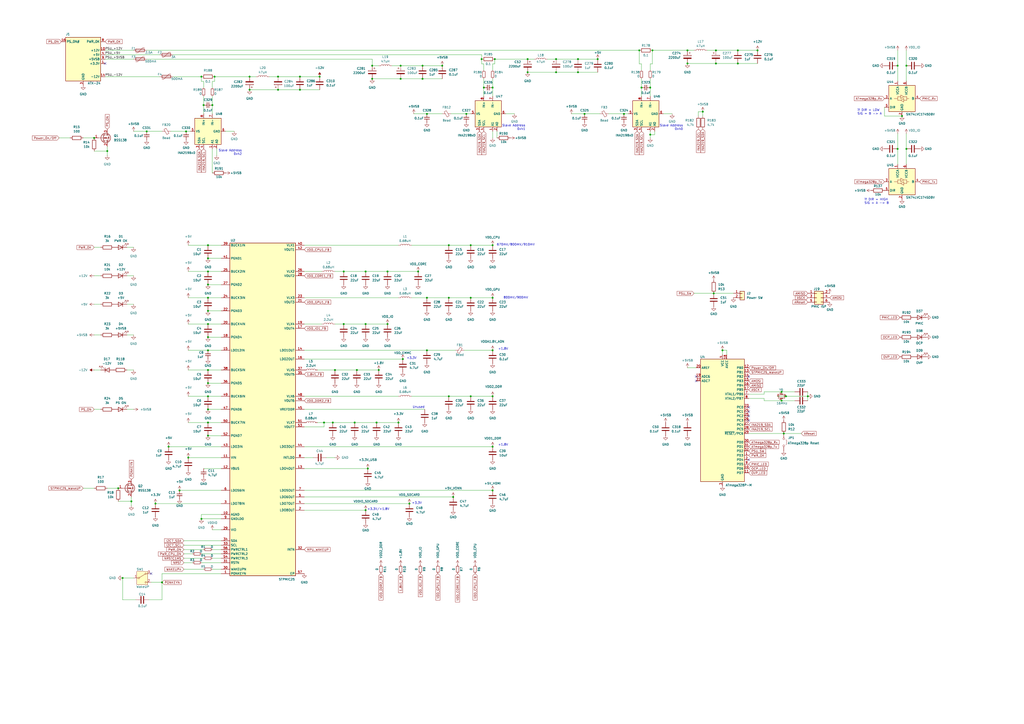
<source format=kicad_sch>
(kicad_sch (version 20250114) (generator "eeschema") (generator_version "9.0")
  (paper "A2")
  (title_block (title "Power PMIC") (date "2025-02-02") (rev "2.0") (company "Robotics"))
  (text "+1.8V" (at 291.846 202.438 0) (effects (font (size 1.27 1.27))))
  (text "if DIR = LOW\nSIG = B -> A" (at 497.332 65.024 0) (effects (font (size 1.27 1.27)) (justify left)))
  (text "+3.3V" (at 241.808 291.846 0) (effects (font (size 1.27 1.27))))
  (text "if DIR = HIGH\nSIG = A -> B" (at 501.396 116.84 0) (effects (font (size 1.27 1.27)) (justify left)))
  (text "Slave Address\n0x42" (at 140.335 90.17 0) (effects (font (size 1.27 1.27)) (justify right bottom)))
  (text "Slave Address\n0x40" (at 396.24 75.692 0) (effects (font (size 1.27 1.27)) (justify right bottom)))
  (text "Unused" (at 242.824 236.22 0) (effects (font (size 1.27 1.27))))
  (text "Slave Address\n0x41" (at 304.8 75.692 0) (effects (font (size 1.27 1.27)) (justify right bottom)))
  (text "+1.8V" (at 291.846 258.064 0) (effects (font (size 1.27 1.27))))
  (text "800mV/900mV" (at 299.212 172.72 0) (effects (font (size 1.27 1.27))))
  (text "670mV/800mV/910mV" (at 299.212 141.986 0) (effects (font (size 1.27 1.27))))
  (text "+3.3V/+1.8V" (at 219.456 295.402 0) (effects (font (size 1.27 1.27))))
  (text "+3.3V" (at 238.76 207.772 0) (effects (font (size 1.27 1.27))))
  (junction (at 468.63 229.87))
  (junction (at 256.54 38.1))
  (junction (at 161.29 44.45))
  (junction (at 120.65 203.2))
  (junction (at 378.46 29.21))
  (junction (at 199.39 157.48))
  (junction (at 207.01 214.63))
  (junction (at 285.75 142.24))
  (junction (at 523.24 67.31))
  (junction (at 322.58 41.91))
  (junction (at 262.89 288.29))
  (junction (at 120.65 229.87))
  (junction (at 377.19 50.8))
  (junction (at 173.99 44.45))
  (junction (at 439.42 29.21))
  (junction (at 279.4 34.29))
  (junction (at 124.46 44.45))
  (junction (at 224.79 157.48))
  (junction (at 285.75 172.72))
  (junction (at 85.09 76.2))
  (junction (at 215.9 38.1))
  (junction (at 306.07 41.91))
  (junction (at 427.99 29.21))
  (junction (at 287.02 34.29))
  (junction (at 161.29 52.07))
  (junction (at 361.95 66.04))
  (junction (at 120.65 245.11))
  (junction (at 54.61 80.01))
  (junction (at 285.75 203.2))
  (junction (at 245.11 45.72))
  (junction (at 306.07 34.29))
  (junction (at 120.65 157.48))
  (junction (at 93.98 337.82))
  (junction (at 193.04 245.11))
  (junction (at 285.75 259.08))
  (junction (at 187.96 245.11))
  (junction (at 120.65 165.1))
  (junction (at 123.19 60.96))
  (junction (at 525.78 86.36))
  (junction (at 120.65 214.63))
  (junction (at 260.35 229.87))
  (junction (at 215.9 45.72))
  (junction (at 520.7 38.1))
  (junction (at 427.99 36.83))
  (junction (at 120.65 180.34))
  (junction (at 455.93 229.87))
  (junction (at 120.65 149.86))
  (junction (at 97.79 259.08))
  (junction (at 285.75 284.48))
  (junction (at 453.39 227.33))
  (junction (at 76.2 290.83))
  (junction (at 454.66 251.46))
  (junction (at 107.95 76.2))
  (junction (at 260.35 142.24))
  (junction (at 398.78 29.21))
  (junction (at 233.68 208.28))
  (junction (at 273.05 229.87))
  (junction (at 71.12 335.28))
  (junction (at 245.11 38.1))
  (junction (at 116.84 44.45))
  (junction (at 280.67 50.8))
  (junction (at 260.35 172.72))
  (junction (at 247.65 66.04))
  (junction (at 120.65 237.49))
  (junction (at 398.78 36.83))
  (junction (at 109.22 265.43))
  (junction (at 194.31 214.63))
  (junction (at 346.71 34.29))
  (junction (at 335.28 41.91))
  (junction (at 285.75 229.87))
  (junction (at 90.17 292.1))
  (junction (at 120.65 187.96))
  (junction (at 212.09 295.91))
  (junction (at 232.41 38.1))
  (junction (at 415.29 29.21))
  (junction (at 120.65 222.25))
  (junction (at 120.65 142.24))
  (junction (at 237.49 292.1))
  (junction (at 525.78 38.1))
  (junction (at 120.65 252.73))
  (junction (at 453.39 232.41))
  (junction (at 120.65 172.72))
  (junction (at 120.65 195.58))
  (junction (at 212.09 187.96))
  (junction (at 224.79 187.96))
  (junction (at 218.44 245.11))
  (junction (at 62.23 87.63))
  (junction (at 273.05 142.24))
  (junction (at 415.29 36.83))
  (junction (at 144.78 44.45))
  (junction (at 407.67 64.77))
  (junction (at 213.36 271.78))
  (junction (at 212.09 157.48))
  (junction (at 173.99 52.07))
  (junction (at 335.28 34.29))
  (junction (at 232.41 45.72))
  (junction (at 377.19 78.105))
  (junction (at 118.11 60.96))
  (junction (at 231.14 245.11))
  (junction (at 247.65 203.2))
  (junction (at 520.7 86.36))
  (junction (at 419.1 203.2))
  (junction (at 339.09 66.04))
  (junction (at 199.39 187.96))
  (junction (at 322.58 34.29))
  (junction (at 270.51 66.04))
  (junction (at 242.57 157.48))
  (junction (at 414.02 170.18))
  (junction (at 68.58 283.21))
  (junction (at 285.75 50.8))
  (junction (at 185.42 44.45))
  (junction (at 104.14 284.48))
  (junction (at 247.65 172.72))
  (junction (at 116.84 300.99))
  (junction (at 219.71 214.63))
  (junction (at 144.78 52.07))
  (junction (at 205.74 245.11))
  (junction (at 370.84 29.21))
  (junction (at 273.05 172.72))
  (junction (at 372.11 50.8))
  (no_connect (at 434.34 236.22))
  (no_connect (at 434.34 241.3))
  (no_connect (at 403.86 220.98))
  (no_connect (at 87.63 332.74))
  (no_connect (at 434.34 238.76))
  (no_connect (at 434.34 218.44))
  (no_connect (at 60.96 36.83))
  (no_connect (at 403.86 218.44))
  (no_connect (at 434.34 266.7))
  (no_connect (at 434.34 243.84))
  (wire (pts (xy 34.29 80.01) (xy 40.64 80.01)))
  (wire (pts (xy 90.17 292.1) (xy 128.27 292.1)))
  (wire (pts (xy 161.29 44.45) (xy 173.99 44.45)))
  (wire (pts (xy 123.19 307.34) (xy 128.27 307.34)))
  (wire (pts (xy 107.95 76.2) (xy 99.06 76.2)))
  (wire (pts (xy 116.84 326.39) (xy 128.27 326.39)))
  (wire (pts (xy 93.98 332.74) (xy 93.98 337.82)))
  (wire (pts (xy 176.53 203.2) (xy 247.65 203.2)))
  (wire (pts (xy 287.02 37.084) (xy 287.02 34.29)))
  (wire (pts (xy 199.39 187.96) (xy 212.09 187.96)))
  (wire (pts (xy 414.02 170.18) (xy 425.45 170.18)))
  (wire (pts (xy 176.53 284.48) (xy 285.75 284.48)))
  (wire (pts (xy 187.96 247.65) (xy 187.96 245.11)))
  (wire (pts (xy 176.53 271.78) (xy 213.36 271.78)))
  (wire (pts (xy 78.74 347.98) (xy 71.12 347.98)))
  (wire (pts (xy 256.54 66.04) (xy 247.65 66.04)))
  (wire (pts (xy 322.58 34.29) (xy 335.28 34.29)))
  (wire (pts (xy 232.41 38.1) (xy 245.11 38.1)))
  (wire (pts (xy 443.23 232.41) (xy 453.39 232.41)))
  (wire (pts (xy 520.7 38.1) (xy 520.7 46.99)))
  (wire (pts (xy 54.61 160.02) (xy 58.42 160.02)))
  (wire (pts (xy 71.12 335.28) (xy 71.12 347.98)))
  (wire (pts (xy 125.73 86.36) (xy 125.73 90.17)))
  (wire (pts (xy 273.05 66.04) (xy 270.51 66.04)))
  (wire (pts (xy 120.65 157.48) (xy 128.27 157.48)))
  (wire (pts (xy 109.22 172.72) (xy 120.65 172.72)))
  (wire (pts (xy 120.65 165.1) (xy 128.27 165.1)))
  (wire (pts (xy 364.49 66.04) (xy 361.95 66.04)))
  (wire (pts (xy 189.23 265.43) (xy 194.31 265.43)))
  (wire (pts (xy 120.65 180.34) (xy 128.27 180.34)))
  (wire (pts (xy 520.7 29.21) (xy 520.7 38.1)))
  (wire (pts (xy 288.29 76.2) (xy 288.29 80.01)))
  (wire (pts (xy 513.08 67.31) (xy 523.24 67.31)))
  (wire (pts (xy 280.67 50.8) (xy 280.67 55.88)))
  (wire (pts (xy 273.05 229.87) (xy 285.75 229.87)))
  (wire (pts (xy 419.1 203.2) (xy 419.1 205.74)))
  (wire (pts (xy 123.19 47.244) (xy 123.19 50.8)))
  (wire (pts (xy 106.68 316.23) (xy 128.27 316.23)))
  (wire (pts (xy 285.75 45.72) (xy 285.75 50.8)))
  (wire (pts (xy 123.19 86.36) (xy 123.19 100.33)))
  (wire (pts (xy 135.89 76.2) (xy 130.81 76.2)))
  (wire (pts (xy 176.53 142.24) (xy 231.14 142.24)))
  (wire (pts (xy 205.74 245.11) (xy 218.44 245.11)))
  (wire (pts (xy 116.84 300.99) (xy 128.27 300.99)))
  (wire (pts (xy 464.82 251.46) (xy 454.66 251.46)))
  (wire (pts (xy 100.33 44.45) (xy 116.84 44.45)))
  (wire (pts (xy 468.63 229.87) (xy 468.63 232.41)))
  (wire (pts (xy 116.84 47.244) (xy 116.84 44.45)))
  (wire (pts (xy 520.7 77.47) (xy 520.7 86.36)))
  (wire (pts (xy 85.09 76.2) (xy 77.47 76.2)))
  (wire (pts (xy 110.49 76.2) (xy 107.95 76.2)))
  (wire (pts (xy 124.46 47.244) (xy 124.46 44.45)))
  (wire (pts (xy 260.35 142.24) (xy 273.05 142.24)))
  (wire (pts (xy 116.84 321.31) (xy 128.27 321.31)))
  (wire (pts (xy 427.99 29.21) (xy 439.42 29.21)))
  (wire (pts (xy 48.26 80.01) (xy 54.61 80.01)))
  (wire (pts (xy 77.47 335.28) (xy 71.12 335.28)))
  (wire (pts (xy 372.11 37.084) (xy 372.11 40.64)))
  (wire (pts (xy 405.13 67.31) (xy 405.13 64.77)))
  (wire (pts (xy 402.59 29.21) (xy 398.78 29.21)))
  (wire (pts (xy 379.73 78.105) (xy 377.19 78.105)))
  (wire (pts (xy 443.23 231.14) (xy 443.23 232.41)))
  (wire (pts (xy 176.53 208.28) (xy 233.68 208.28)))
  (wire (pts (xy 76.2 290.83) (xy 76.2 288.29)))
  (wire (pts (xy 93.98 76.2) (xy 85.09 76.2)))
  (wire (pts (xy 144.78 52.07) (xy 161.29 52.07)))
  (wire (pts (xy 104.14 284.48) (xy 128.27 284.48)))
  (wire (pts (xy 285.75 37.084) (xy 287.02 37.084)))
  (wire (pts (xy 54.61 87.63) (xy 62.23 87.63)))
  (wire (pts (xy 513.08 62.23) (xy 513.08 67.31)))
  (wire (pts (xy 306.07 41.91) (xy 322.58 41.91)))
  (wire (pts (xy 73.66 214.63) (xy 77.47 214.63)))
  (wire (pts (xy 238.76 229.87) (xy 260.35 229.87)))
  (wire (pts (xy 443.23 227.33) (xy 443.23 228.6)))
  (wire (pts (xy 468.63 227.33) (xy 468.63 229.87)))
  (wire (pts (xy 247.65 203.2) (xy 264.16 203.2)))
  (wire (pts (xy 378.46 29.21) (xy 378.46 37.084)))
  (wire (pts (xy 120.65 237.49) (xy 128.27 237.49)))
  (wire (pts (xy 232.41 45.72) (xy 245.11 45.72)))
  (wire (pts (xy 120.65 222.25) (xy 128.27 222.25)))
  (wire (pts (xy 335.28 34.29) (xy 346.71 34.29)))
  (wire (pts (xy 232.41 38.1) (xy 227.33 38.1)))
  (wire (pts (xy 194.31 157.48) (xy 199.39 157.48)))
  (wire (pts (xy 120.65 149.86) (xy 128.27 149.86)))
  (wire (pts (xy 118.11 47.244) (xy 118.11 50.8)))
  (wire (pts (xy 184.15 245.11) (xy 187.96 245.11)))
  (wire (pts (xy 279.4 31.75) (xy 279.4 34.29)))
  (wire (pts (xy 106.68 318.77) (xy 118.11 318.77)))
  (wire (pts (xy 109.22 214.63) (xy 120.65 214.63)))
  (wire (pts (xy 116.84 298.45) (xy 116.84 300.99)))
  (wire (pts (xy 68.58 290.83) (xy 76.2 290.83)))
  (wire (pts (xy 207.01 214.63) (xy 219.71 214.63)))
  (wire (pts (xy 109.22 229.87) (xy 120.65 229.87)))
  (wire (pts (xy 176.53 265.43) (xy 181.61 265.43)))
  (wire (pts (xy 405.13 64.77) (xy 407.67 64.77)))
  (wire (pts (xy 118.11 60.96) (xy 118.11 66.04)))
  (wire (pts (xy 525.78 29.21) (xy 525.78 38.1)))
  (wire (pts (xy 186.69 157.48) (xy 176.53 157.48)))
  (wire (pts (xy 247.65 66.04) (xy 240.03 66.04)))
  (wire (pts (xy 176.53 172.72) (xy 231.14 172.72)))
  (wire (pts (xy 372.11 45.72) (xy 372.11 50.8)))
  (wire (pts (xy 260.35 172.72) (xy 273.05 172.72)))
  (wire (pts (xy 339.09 66.04) (xy 331.47 66.04)))
  (wire (pts (xy 194.31 187.96) (xy 199.39 187.96)))
  (wire (pts (xy 85.09 29.21) (xy 370.84 29.21)))
  (wire (pts (xy 106.68 326.39) (xy 111.76 326.39)))
  (wire (pts (xy 161.29 52.07) (xy 173.99 52.07)))
  (wire (pts (xy 123.19 60.96) (xy 123.19 66.04)))
  (wire (pts (xy 118.11 55.88) (xy 118.11 60.96)))
  (wire (pts (xy 97.79 259.08) (xy 128.27 259.08)))
  (wire (pts (xy 199.39 157.48) (xy 212.09 157.48)))
  (wire (pts (xy 335.28 41.91) (xy 346.71 41.91)))
  (wire (pts (xy 270.51 66.04) (xy 261.62 66.04)))
  (wire (pts (xy 377.19 37.084) (xy 377.19 40.64)))
  (wire (pts (xy 176.53 237.49) (xy 246.38 237.49)))
  (wire (pts (xy 120.65 142.24) (xy 128.27 142.24)))
  (wire (pts (xy 60.96 44.45) (xy 92.71 44.45)))
  (wire (pts (xy 377.19 78.105) (xy 377.19 80.01)))
  (wire (pts (xy 120.65 214.63) (xy 128.27 214.63)))
  (wire (pts (xy 106.68 323.85) (xy 118.11 323.85)))
  (wire (pts (xy 407.67 64.77) (xy 407.67 67.31)))
  (wire (pts (xy 280.67 37.084) (xy 280.67 40.64)))
  (wire (pts (xy 73.66 160.02) (xy 77.47 160.02)))
  (wire (pts (xy 54.61 214.63) (xy 58.42 214.63)))
  (wire (pts (xy 60.96 31.75) (xy 92.71 31.75)))
  (wire (pts (xy 520.7 86.36) (xy 520.7 95.25)))
  (wire (pts (xy 60.96 29.21) (xy 77.47 29.21)))
  (wire (pts (xy 260.35 229.87) (xy 273.05 229.87)))
  (wire (pts (xy 419.1 203.2) (xy 421.64 203.2)))
  (wire (pts (xy 238.76 142.24) (xy 260.35 142.24)))
  (wire (pts (xy 176.53 292.1) (xy 237.49 292.1)))
  (wire (pts (xy 377.19 37.084) (xy 378.46 37.084)))
  (wire (pts (xy 238.76 172.72) (xy 247.65 172.72)))
  (wire (pts (xy 194.31 214.63) (xy 207.01 214.63)))
  (wire (pts (xy 427.99 36.83) (xy 439.42 36.83)))
  (wire (pts (xy 86.36 347.98) (xy 93.98 347.98)))
  (wire (pts (xy 377.19 76.2) (xy 377.19 78.105)))
  (wire (pts (xy 54.61 194.31) (xy 58.42 194.31)))
  (wire (pts (xy 245.11 45.72) (xy 256.54 45.72)))
  (wire (pts (xy 215.9 34.29) (xy 215.9 38.1)))
  (wire (pts (xy 242.57 157.48) (xy 224.79 157.48)))
  (wire (pts (xy 247.65 172.72) (xy 260.35 172.72)))
  (wire (pts (xy 212.09 187.96) (xy 224.79 187.96)))
  (wire (pts (xy 123.19 47.244) (xy 124.46 47.244)))
  (wire (pts (xy 109.22 187.96) (xy 120.65 187.96)))
  (wire (pts (xy 176.53 229.87) (xy 231.14 229.87)))
  (wire (pts (xy 347.98 66.04) (xy 339.09 66.04)))
  (wire (pts (xy 109.22 265.43) (xy 128.27 265.43)))
  (wire (pts (xy 218.44 245.11) (xy 231.14 245.11)))
  (wire (pts (xy 60.96 34.29) (xy 77.47 34.29)))
  (wire (pts (xy 269.24 203.2) (xy 285.75 203.2)))
  (wire (pts (xy 109.22 142.24) (xy 120.65 142.24)))
  (wire (pts (xy 525.78 86.36) (xy 525.78 95.25)))
  (wire (pts (xy 193.04 245.11) (xy 205.74 245.11)))
  (wire (pts (xy 54.61 143.51) (xy 58.42 143.51)))
  (wire (pts (xy 322.58 41.91) (xy 335.28 41.91)))
  (wire (pts (xy 109.22 157.48) (xy 120.65 157.48)))
  (wire (pts (xy 372.11 50.8) (xy 372.11 55.88)))
  (wire (pts (xy 73.66 143.51) (xy 77.47 143.51)))
  (wire (pts (xy 176.53 295.91) (xy 212.09 295.91)))
  (wire (pts (xy 443.23 227.33) (xy 453.39 227.33)))
  (wire (pts (xy 173.99 52.07) (xy 185.42 52.07)))
  (wire (pts (xy 93.98 332.74) (xy 128.27 332.74)))
  (wire (pts (xy 148.59 44.45) (xy 144.78 44.45)))
  (wire (pts (xy 161.29 44.45) (xy 156.21 44.45)))
  (wire (pts (xy 76.2 293.37) (xy 76.2 290.83)))
  (wire (pts (xy 176.53 247.65) (xy 187.96 247.65)))
  (wire (pts (xy 245.11 38.1) (xy 256.54 38.1)))
  (wire (pts (xy 434.34 231.14) (xy 443.23 231.14)))
  (wire (pts (xy 415.29 29.21) (xy 427.99 29.21)))
  (wire (pts (xy 54.61 176.53) (xy 58.42 176.53)))
  (wire (pts (xy 298.45 66.04) (xy 293.37 66.04)))
  (wire (pts (xy 287.02 34.29) (xy 306.07 34.29)))
  (wire (pts (xy 124.46 44.45) (xy 144.78 44.45)))
  (wire (pts (xy 377.19 50.8) (xy 377.19 55.88)))
  (wire (pts (xy 450.85 229.87) (xy 455.93 229.87)))
  (wire (pts (xy 106.68 330.2) (xy 118.11 330.2)))
  (wire (pts (xy 73.66 237.49) (xy 77.47 237.49)))
  (wire (pts (xy 120.65 195.58) (xy 128.27 195.58)))
  (wire (pts (xy 100.33 31.75) (xy 279.4 31.75)))
  (wire (pts (xy 176.53 259.08) (xy 285.75 259.08)))
  (wire (pts (xy 455.93 229.87) (xy 468.63 229.87)))
  (wire (pts (xy 322.58 34.29) (xy 317.5 34.29)))
  (wire (pts (xy 62.23 87.63) (xy 62.23 85.09)))
  (wire (pts (xy 398.78 213.36) (xy 403.86 213.36)))
  (wire (pts (xy 54.61 237.49) (xy 58.42 237.49)))
  (wire (pts (xy 378.46 29.21) (xy 398.78 29.21)))
  (wire (pts (xy 398.78 36.83) (xy 415.29 36.83)))
  (wire (pts (xy 421.64 203.2) (xy 421.64 205.74)))
  (wire (pts (xy 285.75 37.084) (xy 285.75 40.64)))
  (wire (pts (xy 176.53 288.29) (xy 262.89 288.29)))
  (wire (pts (xy 173.99 44.45) (xy 185.42 44.45)))
  (wire (pts (xy 212.09 157.48) (xy 224.79 157.48)))
  (wire (pts (xy 285.75 50.8) (xy 285.75 55.88)))
  (wire (pts (xy 93.98 337.82) (xy 87.63 337.82)))
  (wire (pts (xy 273.05 142.24) (xy 285.75 142.24)))
  (wire (pts (xy 377.19 45.72) (xy 377.19 50.8)))
  (wire (pts (xy 353.06 66.04) (xy 361.95 66.04)))
  (wire (pts (xy 453.39 227.33) (xy 461.01 227.33)))
  (wire (pts (xy 187.96 245.11) (xy 193.04 245.11)))
  (wire (pts (xy 118.11 271.78) (xy 128.27 271.78)))
  (wire (pts (xy 309.88 34.29) (xy 306.07 34.29)))
  (wire (pts (xy 186.69 187.96) (xy 176.53 187.96)))
  (wire (pts (xy 273.05 172.72) (xy 285.75 172.72)))
  (wire (pts (xy 123.19 55.88) (xy 123.19 60.96)))
  (wire (pts (xy 120.65 172.72) (xy 128.27 172.72)))
  (wire (pts (xy 123.19 323.85) (xy 128.27 323.85)))
  (wire (pts (xy 215.9 45.72) (xy 232.41 45.72)))
  (wire (pts (xy 280.67 45.72) (xy 280.67 50.8)))
  (wire (pts (xy 280.67 37.084) (xy 279.4 37.084)))
  (wire (pts (xy 62.23 283.21) (xy 68.58 283.21)))
  (wire (pts (xy 285.75 76.2) (xy 285.75 80.01)))
  (wire (pts (xy 443.23 228.6) (xy 434.34 228.6)))
  (wire (pts (xy 85.09 34.29) (xy 215.9 34.29)))
  (wire (pts (xy 402.59 170.18) (xy 414.02 170.18)))
  (wire (pts (xy 73.66 176.53) (xy 77.47 176.53)))
  (wire (pts (xy 184.15 214.63) (xy 194.31 214.63)))
  (wire (pts (xy 434.34 251.46) (xy 454.66 251.46)))
  (wire (pts (xy 219.71 38.1) (xy 215.9 38.1)))
  (wire (pts (xy 120.65 252.73) (xy 128.27 252.73)))
  (wire (pts (xy 389.89 66.04) (xy 384.81 66.04)))
  (wire (pts (xy 120.65 187.96) (xy 128.27 187.96)))
  (wire (pts (xy 453.39 232.41) (xy 461.01 232.41)))
  (wire (pts (xy 120.65 203.2) (xy 128.27 203.2)))
  (wire (pts (xy 379.73 76.2) (xy 379.73 78.105)))
  (wire (pts (xy 120.65 229.87) (xy 128.27 229.87)))
  (wire (pts (xy 109.22 245.11) (xy 120.65 245.11)))
  (wire (pts (xy 93.98 347.98) (xy 93.98 337.82)))
  (wire (pts (xy 106.68 321.31) (xy 111.76 321.31)))
  (wire (pts (xy 525.78 77.47) (xy 525.78 86.36)))
  (wire (pts (xy 525.78 38.1) (xy 525.78 46.99)))
  (wire (pts (xy 128.27 298.45) (xy 116.84 298.45)))
  (wire (pts (xy 123.19 318.77) (xy 128.27 318.77)))
  (wire (pts (xy 372.11 37.084) (xy 370.84 37.084)))
  (wire (pts (xy 48.26 283.21) (xy 54.61 283.21)))
  (wire (pts (xy 118.11 47.244) (xy 116.84 47.244)))
  (wire (pts (xy 123.19 330.2) (xy 128.27 330.2)))
  (wire (pts (xy 106.68 313.69) (xy 128.27 313.69)))
  (wire (pts (xy 370.84 29.21) (xy 370.84 37.084)))
  (wire (pts (xy 415.29 36.83) (xy 427.99 36.83)))
  (wire (pts (xy 415.29 29.21) (xy 410.21 29.21)))
  (wire (pts (xy 120.65 245.11) (xy 128.27 245.11)))
  (wire (pts (xy 73.66 194.31) (xy 77.47 194.31)))
  (wire (pts (xy 109.22 203.2) (xy 120.65 203.2)))
  (wire (pts (xy 62.23 90.17) (xy 62.23 87.63)))
  (wire (pts (xy 279.4 37.084) (xy 279.4 34.29)))
  (label "PSU_+5VSB" (at 60.96 34.29 0))
  (label "PSU_-12V" (at 60.96 44.45 0))
  (label "PSU_+12V" (at 60.96 29.21 0))
  (label "PSU_+5V" (at 60.96 31.75 0))
  (global_label "NRST" (shape input) (at 106.68 326.39 180) (property "Intersheetrefs" "${INTERSHEET_REFS}" (effects (hide yes))))
  (global_label "VDD_CPU1_FB" (shape input) (at 275.59 332.74 270) (property "Intersheetrefs" "${INTERSHEET_REFS}" (effects (hide yes))))
  (global_label "VDD_CORE1_FB" (shape input) (at 176.53 160.02 0) (property "Intersheetrefs" "${INTERSHEET_REFS}" (effects (hide yes))))
  (global_label "ATmega328p_Rx" (shape input) (at 434.34 256.54 0) (property "Intersheetrefs" "${INTERSHEET_REFS}" (effects (hide yes))))
  (global_label "Power_On{slash}Off" (shape input) (at 34.29 80.01 180) (property "Intersheetrefs" "${INTERSHEET_REFS}" (effects (hide yes))))
  (global_label "PONKEYN" (shape input) (at 93.98 337.82 0) (property "Intersheetrefs" "${INTERSHEET_REFS}" (effects (hide yes))))
  (global_label "INA219_SDA" (shape input) (at 369.57 76.2 270) (property "Intersheetrefs" "${INTERSHEET_REFS}" (effects (hide yes))))
  (global_label "1.8V1_FB" (shape input) (at 232.41 332.74 270) (property "Intersheetrefs" "${INTERSHEET_REFS}" (effects (hide yes))))
  (global_label "PS_ON" (shape input) (at 54.61 237.49 180) (property "Intersheetrefs" "${INTERSHEET_REFS}" (effects (hide yes))))
  (global_label "PWR_ON" (shape input) (at 106.68 318.77 180) (property "Intersheetrefs" "${INTERSHEET_REFS}" (effects (hide yes))))
  (global_label "ATmega328p_Tx" (shape input) (at 513.08 105.41 180) (property "Intersheetrefs" "${INTERSHEET_REFS}" (effects (hide yes))))
  (global_label "PONKEYN" (shape input) (at 76.2 278.13 90) (property "Intersheetrefs" "${INTERSHEET_REFS}" (effects (hide yes))))
  (global_label "VDD_DDR2_FB" (shape input) (at 220.98 332.74 270) (property "Intersheetrefs" "${INTERSHEET_REFS}" (effects (hide yes))))
  (global_label "PWR_CPU_ON" (shape input) (at 106.68 321.31 180) (property "Intersheetrefs" "${INTERSHEET_REFS}" (effects (hide yes))))
  (global_label "OVP_LED" (shape input) (at 521.97 207.01 180) (property "Intersheetrefs" "${INTERSHEET_REFS}" (effects (hide yes))))
  (global_label "OVP_LED" (shape input) (at 434.34 274.32 0) (property "Intersheetrefs" "${INTERSHEET_REFS}" (effects (hide yes))))
  (global_label "WAKEUPn" (shape input) (at 106.68 330.2 180) (property "Intersheetrefs" "${INTERSHEET_REFS}" (effects (hide yes))))
  (global_label "VDD_DDR2_FB" (shape input) (at 176.53 232.41 0) (property "Intersheetrefs" "${INTERSHEET_REFS}" (effects (hide yes))))
  (global_label "Power_On{slash}Off" (shape input) (at 434.34 213.36 0) (property "Intersheetrefs" "${INTERSHEET_REFS}" (effects (hide yes))))
  (global_label "INA219_SCL" (shape input) (at 118.11 86.36 270) (property "Intersheetrefs" "${INTERSHEET_REFS}" (effects (hide yes))))
  (global_label "INA219_SDA" (shape input) (at 115.57 86.36 270) (property "Intersheetrefs" "${INTERSHEET_REFS}" (effects (hide yes))))
  (global_label "INA219_SDA" (shape input) (at 434.34 246.38 0) (property "Intersheetrefs" "${INTERSHEET_REFS}" (effects (hide yes))))
  (global_label "PSU_SW" (shape input) (at 402.59 170.18 180) (property "Intersheetrefs" "${INTERSHEET_REFS}" (effects (hide yes))))
  (global_label "AMOSI" (shape input) (at 434.34 220.98 0) (property "Intersheetrefs" "${INTERSHEET_REFS}" (effects (hide yes))))
  (global_label "AMOSI" (shape input) (at 481.33 172.72 0) (property "Intersheetrefs" "${INTERSHEET_REFS}" (effects (hide yes))))
  (global_label "VDD_IO1_FB" (shape input) (at 243.84 332.74 270) (property "Intersheetrefs" "${INTERSHEET_REFS}" (effects (hide yes))))
  (global_label "AReset" (shape input) (at 468.63 175.26 180) (property "Intersheetrefs" "${INTERSHEET_REFS}" (effects (hide yes))))
  (global_label "AReset" (shape input) (at 464.82 251.46 0) (property "Intersheetrefs" "${INTERSHEET_REFS}" (effects (hide yes))))
  (global_label "NRSTC1MS" (shape input) (at 106.68 323.85 180) (property "Intersheetrefs" "${INTERSHEET_REFS}" (effects (hide yes))))
  (global_label "STPMIC25_WakeUP" (shape input) (at 48.26 283.21 180) (property "Intersheetrefs" "${INTERSHEET_REFS}" (effects (hide yes))))
  (global_label "VDD_CORE1_FB" (shape input) (at 265.43 332.74 270) (property "Intersheetrefs" "${INTERSHEET_REFS}" (effects (hide yes))))
  (global_label "PMIC_Tx" (shape input) (at 533.4 105.41 0) (property "Intersheetrefs" "${INTERSHEET_REFS}" (effects (hide yes))))
  (global_label "ASCK" (shape input) (at 434.34 226.06 0) (property "Intersheetrefs" "${INTERSHEET_REFS}" (effects (hide yes))))
  (global_label "I2C7_SDA" (shape input) (at 106.68 313.69 180) (property "Intersheetrefs" "${INTERSHEET_REFS}" (effects (hide yes))))
  (global_label "PMIC_LED" (shape input) (at 521.97 184.15 180) (property "Intersheetrefs" "${INTERSHEET_REFS}" (effects (hide yes))))
  (global_label "INA219_SCL" (shape input) (at 372.11 76.2 270) (property "Intersheetrefs" "${INTERSHEET_REFS}" (effects (hide yes))))
  (global_label "VDD_CPU1_FB" (shape input) (at 176.53 144.78 0) (property "Intersheetrefs" "${INTERSHEET_REFS}" (effects (hide yes))))
  (global_label "AMISO" (shape input) (at 468.63 170.18 180) (property "Intersheetrefs" "${INTERSHEET_REFS}" (effects (hide yes))))
  (global_label "OCP_LED" (shape input) (at 434.34 271.78 0) (property "Intersheetrefs" "${INTERSHEET_REFS}" (effects (hide yes))))
  (global_label "PS_ON" (shape input) (at 62.23 74.93 90) (property "Intersheetrefs" "${INTERSHEET_REFS}" (effects (hide yes))))
  (global_label "VDD_IO1_FB" (shape input) (at 176.53 190.5 0) (property "Intersheetrefs" "${INTERSHEET_REFS}" (effects (hide yes))))
  (global_label "PWR_OK" (shape input) (at 434.34 264.16 0) (property "Intersheetrefs" "${INTERSHEET_REFS}" (effects (hide yes))))
  (global_label "ATmega328p_Rx" (shape input) (at 513.08 57.15 180) (property "Intersheetrefs" "${INTERSHEET_REFS}" (effects (hide yes))))
  (global_label "INA219_SCL" (shape input) (at 434.34 248.92 0) (property "Intersheetrefs" "${INTERSHEET_REFS}" (effects (hide yes))))
  (global_label "PS_ON" (shape input) (at 35.56 24.13 180) (property "Intersheetrefs" "${INTERSHEET_REFS}" (effects (hide yes))))
  (global_label "AMISO" (shape input) (at 434.34 223.52 0) (property "Intersheetrefs" "${INTERSHEET_REFS}" (effects (hide yes))))
  (global_label "VDD_GPU1_FB" (shape input) (at 254 332.74 270) (property "Intersheetrefs" "${INTERSHEET_REFS}" (effects (hide yes))))
  (global_label "PMIC_LED" (shape input) (at 434.34 269.24 0) (property "Intersheetrefs" "${INTERSHEET_REFS}" (effects (hide yes))))
  (global_label "PSU_SW" (shape input) (at 434.34 261.62 0) (property "Intersheetrefs" "${INTERSHEET_REFS}" (effects (hide yes))))
  (global_label "INA219_SCL" (shape input) (at 405.13 74.93 270) (property "Intersheetrefs" "${INTERSHEET_REFS}" (effects (hide yes))))
  (global_label "VDD_GPU1_FB" (shape input) (at 176.53 175.26 0) (property "Intersheetrefs" "${INTERSHEET_REFS}" (effects (hide yes))))
  (global_label "ASCK" (shape input) (at 468.63 172.72 180) (property "Intersheetrefs" "${INTERSHEET_REFS}" (effects (hide yes))))
  (global_label "INA219_SDA" (shape input) (at 407.67 74.93 270) (property "Intersheetrefs" "${INTERSHEET_REFS}" (effects (hide yes))))
  (global_label "PWR_OK" (shape input) (at 60.96 24.13 0) (property "Intersheetrefs" "${INTERSHEET_REFS}" (effects (hide yes))))
  (global_label "1.8V1_FB" (shape input) (at 176.53 217.17 0) (property "Intersheetrefs" "${INTERSHEET_REFS}" (effects (hide yes))))
  (global_label "OCP_LED" (shape input) (at 521.97 195.58 180) (property "Intersheetrefs" "${INTERSHEET_REFS}" (effects (hide yes))))
  (global_label "INA219_SDA" (shape input) (at 278.13 76.2 270) (property "Intersheetrefs" "${INTERSHEET_REFS}" (effects (hide yes))))
  (global_label "ATmega328p_Tx" (shape input) (at 434.34 259.08 0) (property "Intersheetrefs" "${INTERSHEET_REFS}" (effects (hide yes))))
  (global_label "PWR_OK" (shape input) (at 54.61 143.51 180) (property "Intersheetrefs" "${INTERSHEET_REFS}" (effects (hide yes))))
  (global_label "MPU_WAKEUP" (shape input) (at 176.53 318.77 0) (property "Intersheetrefs" "${INTERSHEET_REFS}" (effects (hide yes))))
  (global_label "PMIC_Rx" (shape input) (at 533.4 57.15 0) (property "Intersheetrefs" "${INTERSHEET_REFS}" (effects (hide yes))))
  (global_label "STPMIC25_WakeUP" (shape input) (at 434.34 215.9 0) (property "Intersheetrefs" "${INTERSHEET_REFS}" (effects (hide yes))))
  (global_label "INA219_SCL" (shape input) (at 280.67 76.2 270) (property "Intersheetrefs" "${INTERSHEET_REFS}" (effects (hide yes))))
  (global_label "I2C7_SCL" (shape input) (at 106.68 316.23 180) (property "Intersheetrefs" "${INTERSHEET_REFS}" (effects (hide yes))))
  (symbol (lib_id "power:+5V") (at 54.61 194.31 90) (mirror x) (unit 1)
    (property "Reference" "#PWR0117" (effects (hide yes)))
    (property "Value" "+5VSB" (at 50.8 194.31 90) (effects (justify left)))
    (property "Description" "Power symbol creates a global label with name \"+5V\"" (effects (hide yes)))
  )
  (symbol (lib_id "power:GND") (at 262.89 295.91 0) (unit 1)
    (property "Reference" "#PWR075" (effects (hide yes)))
    (property "Value" "GND" (at 262.89 299.974 0))
    (property "Description" "Power symbol creates a global label with name \"GND\" , ground" (effects (hide yes)))
  )
  (symbol (lib_id "Device:Polyfuse") (at 96.52 44.45 270) (unit 1)
    (property "Reference" "F4" (at 92.71 43.18 90))
    (property "Value" "500mA" (at 102.616 45.72 90))
    (property "Footprint" "Fuse:Fuse_1210_3225Metric" (effects (hide yes)))
    (property "Description" "Resettable fuse, polymeric positive temperature coefficient" (effects (hide yes)))
  )
  (symbol (lib_id "power:+5V") (at 104.14 284.48 0) (unit 1)
    (property "Reference" "#PWR022" (effects (hide yes)))
    (property "Value" "+5V" (at 104.14 279.4 0))
    (property "Description" "Power symbol creates a global label with name \"+5V\"" (effects (hide yes)))
  )
  (symbol (lib_id "power:GND") (at 76.2 293.37 0) (unit 1)
    (property "Reference" "#PWR0104" (effects (hide yes)))
    (property "Value" "GND" (at 76.2 298.45 0))
    (property "Description" "Power symbol creates a global label with name \"GND\" , ground" (effects (hide yes)))
  )
  (symbol (lib_id "nixie-cache:GND") (at 361.95 71.12 0) (unit 1)
    (property "Reference" "#PWR0519" (effects (hide yes)))
    (property "Value" "GND" (at 361.95 75.565 0))
  )
  (symbol (lib_id "power:GND") (at 212.09 165.1 0) (unit 1)
    (property "Reference" "#PWR034" (effects (hide yes)))
    (property "Value" "GND" (at 212.09 170.18 0))
    (property "Description" "Power symbol creates a global label with name \"GND\" , ground" (effects (hide yes)))
  )
  (symbol (lib_id "power:+5V") (at 481.33 170.18 0) (unit 1)
    (property "Reference" "#PWR0538" (effects (hide yes)))
    (property "Value" "+5VSB" (at 478.028 165.862 0) (effects (justify left)))
    (property "Description" "Power symbol creates a global label with name \"+5V\"" (effects (hide yes)))
  )
  (symbol (lib_id "power:GND") (at 120.65 180.34 0) (unit 1)
    (property "Reference" "#PWR07" (effects (hide yes)))
    (property "Value" "GND" (at 120.65 185.42 0))
    (property "Description" "Power symbol creates a global label with name \"GND\" , ground" (effects (hide yes)))
  )
  (symbol (lib_id "Device:C") (at 199.39 161.29 0) (unit 1)
    (property "Reference" "C18" (at 203.2 160.0199 0) (effects (justify left)))
    (property "Value" "22uF" (at 203.2 162.5599 0) (effects (justify left)))
    (property "Footprint" "Capacitor_SMD:C_1206_3216Metric" (effects (hide yes)))
    (property "Description" "Unpolarized capacitor" (effects (hide yes)))
  )
  (symbol (lib_id "Device:C") (at 120.65 233.68 0) (unit 1)
    (property "Reference" "C6" (at 116.84 232.4099 0) (effects (justify right)))
    (property "Value" "10uF" (at 116.84 234.9499 0) (effects (justify right)))
    (property "Footprint" "Capacitor_SMD:C_1206_3216Metric" (effects (hide yes)))
    (property "Description" "Unpolarized capacitor" (effects (hide yes)))
  )
  (symbol (lib_id "power:GND") (at 247.65 180.34 0) (unit 1)
    (property "Reference" "#PWR046" (effects (hide yes)))
    (property "Value" "GND" (at 247.65 185.42 0))
    (property "Description" "Power symbol creates a global label with name \"GND\" , ground" (effects (hide yes)))
  )
  (symbol (lib_id "Device:C") (at 273.05 233.68 0) (unit 1)
    (property "Reference" "C36" (at 276.86 232.4099 0) (effects (justify left)))
    (property "Value" "22uF" (at 276.86 234.9499 0) (effects (justify left)))
    (property "Footprint" "Capacitor_SMD:C_1206_3216Metric" (effects (hide yes)))
    (property "Description" "Unpolarized capacitor" (effects (hide yes)))
  )
  (symbol (lib_id "Device:C") (at 273.05 146.05 0) (unit 1)
    (property "Reference" "C16" (at 276.86 144.7799 0) (effects (justify left)))
    (property "Value" "22uF" (at 276.86 147.3199 0) (effects (justify left)))
    (property "Footprint" "Capacitor_SMD:C_1206_3216Metric" (effects (hide yes)))
    (property "Description" "Unpolarized capacitor" (effects (hide yes)))
  )
  (symbol (lib_id "Device:C") (at 212.09 299.72 0) (unit 1)
    (property "Reference" "C49" (at 215.9 298.4499 0) (effects (justify left)))
    (property "Value" "4.7uF" (at 215.9 300.9899 0) (effects (justify left)))
    (property "Footprint" "Capacitor_SMD:C_0805_2012Metric" (effects (hide yes)))
    (property "Description" "Unpolarized capacitor" (effects (hide yes)))
  )
  (symbol (lib_id "Device:R_Small") (at 377.19 43.18 0) (unit 1)
    (property "Reference" "R179" (at 380.746 41.91 0))
    (property "Value" "0" (at 378.968 44.196 0))
    (property "Footprint" "Resistor_SMD:R_0603_1608Metric" (effects (hide yes)))
    (property "Description" "Resistor, small symbol" (effects (hide yes)))
  )
  (symbol (lib_id "power:GND") (at 120.65 208.28 0) (unit 1)
    (property "Reference" "#PWR016" (effects (hide yes)))
    (property "Value" "GND" (at 120.65 212.09 0))
    (property "Description" "Power symbol creates a global label with name \"GND\" , ground" (effects (hide yes)))
  )
  (symbol (lib_id "Device:C_Polarized") (at 306.07 38.1 0) (mirror y) (unit 1)
    (property "Reference" "C52" (at 302.26 35.9409 0) (effects (justify left)))
    (property "Value" "2200uF" (at 302.26 38.4809 0) (effects (justify left)))
    (property "Footprint" "Capacitor_THT:CP_Radial_D12.5mm_P5.00mm" (effects (hide yes)))
    (property "Description" "Polarized capacitor" (effects (hide yes)))
  )
  (symbol (lib_id "power:+5V") (at 454.66 243.84 0) (mirror y) (unit 1)
    (property "Reference" "#PWR092" (effects (hide yes)))
    (property "Value" "+5VSB" (at 457.962 239.522 0) (effects (justify left)))
    (property "Description" "Power symbol creates a global label with name \"+5V\"" (effects (hide yes)))
  )
  (symbol (lib_id "power:+5V") (at 346.71 34.29 0) (unit 1)
    (property "Reference" "#PWR0472" (effects (hide yes)))
    (property "Value" "+5V" (at 346.71 30.48 0))
    (property "Description" "Power symbol creates a global label with name \"+5V\"" (effects (hide yes)))
  )
  (symbol (lib_id "power:+3.3V") (at 123.19 307.34 0) (unit 1)
    (property "Reference" "#PWR027" (effects (hide yes)))
    (property "Value" "VDDIO" (at 120.396 303.276 0) (effects (justify left)))
    (property "Description" "Power symbol creates a global label with name \"+3.3V\"" (effects (hide yes)))
  )
  (symbol (lib_id "Device:R") (at 62.23 176.53 90) (unit 1)
    (property "Reference" "R22" (at 62.23 170.18 90))
    (property "Value" "3k" (at 62.23 172.72 90))
    (property "Footprint" "Resistor_SMD:R_0603_1608Metric" (effects (hide yes)))
    (property "Description" "Resistor" (effects (hide yes)))
  )
  (symbol (lib_id "Device:R") (at 69.85 214.63 270) (mirror x) (unit 1)
    (property "Reference" "R118" (at 69.85 208.28 90))
    (property "Value" "10k" (at 69.85 210.82 90))
    (property "Footprint" "Resistor_SMD:R_0603_1608Metric" (effects (hide yes)))
    (property "Description" "Resistor" (effects (hide yes)))
  )
  (symbol (lib_id "power:GND") (at 285.75 292.1 0) (unit 1)
    (property "Reference" "#PWR072" (effects (hide yes)))
    (property "Value" "GND" (at 285.75 296.164 0))
    (property "Description" "Power symbol creates a global label with name \"GND\" , ground" (effects (hide yes)))
  )
  (symbol (lib_id "Device:L") (at 406.4 29.21 90) (unit 1)
    (property "Reference" "L17" (at 406.4 24.13 90))
    (property "Value" "47uH" (at 406.4 26.67 90))
    (property "Footprint" "Inductor_SMD:L_10.4x10.4_H4.8" (effects (hide yes)))
    (property "Description" "Inductor" (effects (hide yes)))
  )
  (symbol (lib_id "power:GND") (at 513.08 86.36 270) (mirror x) (unit 1)
    (property "Reference" "#PWR0510" (effects (hide yes)))
    (property "Value" "GND" (at 508 86.36 90))
    (property "Description" "Power symbol creates a global label with name \"GND\" , ground" (effects (hide yes)))
  )
  (symbol (lib_id "Device:C") (at 285.75 288.29 0) (unit 1)
    (property "Reference" "C46" (at 289.56 287.0199 0) (effects (justify left)))
    (property "Value" "4.7uF" (at 289.56 289.5599 0) (effects (justify left)))
    (property "Footprint" "Capacitor_SMD:C_0805_2012Metric" (effects (hide yes)))
    (property "Description" "Unpolarized capacitor" (effects (hide yes)))
  )
  (symbol (lib_id "power:+5V") (at 109.22 203.2 0) (unit 1)
    (property "Reference" "#PWR015" (effects (hide yes)))
    (property "Value" "+5V" (at 109.22 198.12 0))
    (property "Description" "Power symbol creates a global label with name \"+5V\"" (effects (hide yes)))
  )
  (symbol (lib_id "Device:C_Polarized") (at 144.78 48.26 180) (unit 1)
    (property "Reference" "C282" (at 140.716 47.498 0) (effects (justify left)))
    (property "Value" "2200uF" (at 141.224 50.038 0) (effects (justify left)))
    (property "Footprint" "Capacitor_THT:CP_Radial_D12.5mm_P5.00mm" (effects (hide yes)))
    (property "Description" "Polarized capacitor" (effects (hide yes)))
  )
  (symbol (lib_id "Device:LED") (at 69.85 237.49 180) (unit 1)
    (property "Reference" "D5" (at 70.104 231.14 0))
    (property "Value" "PS ON" (at 70.104 233.68 0))
    (property "Footprint" "LED_SMD:LED_0805_2012Metric" (effects (hide yes)))
    (property "Description" "Light emitting diode" (effects (hide yes)))
  )
  (symbol (lib_id "Device:C_Polarized") (at 322.58 38.1 0) (unit 1)
    (property "Reference" "C278" (at 326.39 35.9409 0) (effects (justify left)))
    (property "Value" "100uF" (at 326.39 38.4809 0) (effects (justify left)))
    (property "Footprint" "Capacitor_Tantalum_SMD:CP_EIA-7343-30_AVX-N" (effects (hide yes)))
    (property "Description" "Polarized capacitor" (effects (hide yes)))
  )
  (symbol (lib_id "Device:C") (at 464.82 232.41 90) (unit 1)
    (property "Reference" "C332" (at 462.28 236.22 90) (effects (justify right)))
    (property "Value" "22pF" (at 462.28 238.506 90) (effects (justify right)))
    (property "Footprint" "Capacitor_SMD:C_0603_1608Metric" (effects (hide yes)))
    (property "Description" "Unpolarized capacitor" (effects (hide yes)))
  )
  (symbol (lib_id "power:GND") (at 260.35 180.34 0) (unit 1)
    (property "Reference" "#PWR037" (effects (hide yes)))
    (property "Value" "GND" (at 260.35 185.42 0))
    (property "Description" "Power symbol creates a global label with name \"GND\" , ground" (effects (hide yes)))
  )
  (symbol (lib_id "nixie-cache:GND") (at 270.51 71.12 0) (unit 1)
    (property "Reference" "#PWR0524" (effects (hide yes)))
    (property "Value" "GND" (at 270.51 75.565 0))
  )
  (symbol (lib_id "Device:C_Small") (at 270.51 68.58 0) (mirror x) (unit 1)
    (property "Reference" "C327" (at 270.51 64.008 0))
    (property "Value" "0.1uF" (at 265.938 68.58 0))
    (property "Footprint" "Capacitor_SMD:C_0603_1608Metric" (effects (hide yes)))
    (property "Description" "Unpolarized capacitor, small symbol" (effects (hide yes)))
  )
  (symbol (lib_id "Device:C") (at 194.31 218.44 0) (unit 1)
    (property "Reference" "C32" (at 198.12 217.1699 0) (effects (justify left)))
    (property "Value" "22uF" (at 198.12 219.7099 0) (effects (justify left)))
    (property "Footprint" "Capacitor_SMD:C_1206_3216Metric" (effects (hide yes)))
    (property "Description" "Unpolarized capacitor" (effects (hide yes)))
  )
  (symbol (lib_id "Device:L") (at 190.5 157.48 90) (unit 1)
    (property "Reference" "L2" (at 190.5 152.4 90))
    (property "Value" "0.68uH" (at 190.5 154.94 90))
    (property "Footprint" "Inductor_SMD:L_1210_3225Metric" (effects (hide yes)))
    (property "Description" "Inductor" (effects (hide yes)))
  )
  (symbol (lib_id "power:+5V") (at 109.22 157.48 0) (unit 1)
    (property "Reference" "#PWR03" (effects (hide yes)))
    (property "Value" "+5V" (at 109.22 152.4 0))
    (property "Description" "Power symbol creates a global label with name \"+5V\"" (effects (hide yes)))
  )
  (symbol (lib_id "Analog_ADC:INA219BxD") (at 283.21 66.04 90) (mirror x) (unit 1)
    (property "Reference" "U47" (at 289.56 55.88 90))
    (property "Value" "INA219BxD" (at 270.764 78.486 90))
    (property "Footprint" "Package_SO:SOIC-8_3.9x4.9mm_P1.27mm" (effects (hide yes)))
    (property "Datasheet" "http://www.ti.com/lit/ds/symlink/ina219.pdf" (effects (hide yes)))
  )
  (symbol (lib_id "power:+5V") (at 505.46 110.49 90) (mirror x) (unit 1)
    (property "Reference" "#PWR0515" (effects (hide yes)))
    (property "Value" "+5VSB" (at 502.158 110.49 90) (effects (justify left)))
    (property "Description" "Power symbol creates a global label with name \"+5V\"" (effects (hide yes)))
  )
  (symbol (lib_id "Device:C_Polarized") (at 232.41 41.91 0) (unit 1)
    (property "Reference" "C283" (at 236.22 39.7509 0) (effects (justify left)))
    (property "Value" "100uF" (at 236.22 42.2909 0) (effects (justify left)))
    (property "Footprint" "Capacitor_Tantalum_SMD:CP_EIA-7343-30_AVX-N" (effects (hide yes)))
    (property "Description" "Polarized capacitor" (effects (hide yes)))
  )
  (symbol (lib_id "power:+5V") (at 97.79 259.08 0) (unit 1)
    (property "Reference" "#PWR017" (effects (hide yes)))
    (property "Value" "+5V" (at 97.79 254 0))
    (property "Description" "Power symbol creates a global label with name \"+5V\"" (effects (hide yes)))
  )
  (symbol (lib_id "power:GND") (at 120.65 222.25 0) (unit 1)
    (property "Reference" "#PWR011" (effects (hide yes)))
    (property "Value" "GND" (at 120.65 227.33 0))
    (property "Description" "Power symbol creates a global label with name \"GND\" , ground" (effects (hide yes)))
  )
  (symbol (lib_id "power:GND") (at 233.68 215.9 0) (unit 1)
    (property "Reference" "#PWR050" (effects (hide yes)))
    (property "Value" "GND" (at 233.68 220.98 0))
    (property "Description" "Power symbol creates a global label with name \"GND\" , ground" (effects (hide yes)))
  )
  (symbol (lib_id "power:GND") (at 194.31 265.43 90) (unit 1)
    (property "Reference" "#PWR069" (effects (hide yes)))
    (property "Value" "GND" (at 198.12 265.4299 90) (effects (justify right)))
    (property "Description" "Power symbol creates a global label with name \"GND\" , ground" (effects (hide yes)))
  )
  (symbol (lib_id "Device:C_Small") (at 104.14 287.02 0) (mirror y) (unit 1)
    (property "Reference" "C13" (at 101.6 285.7562 0) (effects (justify left)))
    (property "Value" "1uF" (at 101.6 288.2962 0) (effects (justify left)))
    (property "Footprint" "Capacitor_SMD:C_0603_1608Metric" (effects (hide yes)))
    (property "Description" "Unpolarized capacitor, small symbol" (effects (hide yes)))
  )
  (symbol (lib_id "Device:R") (at 509.27 110.49 270) (mirror x) (unit 1)
    (property "Reference" "R137" (at 506.73 107.95 90) (effects (justify left)))
    (property "Value" "10k" (at 507.492 112.776 90) (effects (justify left)))
    (property "Footprint" "Resistor_SMD:R_0603_1608Metric" (effects (hide yes)))
    (property "Description" "Resistor" (effects (hide yes)))
  )
  (symbol (lib_id "Device:R_Small") (at 120.65 318.77 90) (unit 1)
    (property "Reference" "R1" (at 117.856 317.246 90))
    (property "Value" "0" (at 122.936 317.246 90))
    (property "Footprint" "Resistor_SMD:R_0603_1608Metric" (effects (hide yes)))
    (property "Description" "Resistor, small symbol" (effects (hide yes)))
  )
  (symbol (lib_id "Device:C_Small") (at 339.09 68.58 0) (mirror x) (unit 1)
    (property "Reference" "C325" (at 339.09 64.008 0))
    (property "Value" "0.1uF" (at 334.518 68.58 0))
    (property "Footprint" "Capacitor_SMD:C_0603_1608Metric" (effects (hide yes)))
    (property "Description" "Unpolarized capacitor, small symbol" (effects (hide yes)))
  )
  (symbol (lib_id "Device:C") (at 516.89 86.36 270) (unit 1)
    (property "Reference" "C321" (at 519.43 82.296 90) (effects (justify right)))
    (property "Value" "0.1uF" (at 519.684 90.424 90) (effects (justify right)))
    (property "Footprint" "Capacitor_SMD:C_0603_1608Metric" (effects (hide yes)))
    (property "Description" "Unpolarized capacitor" (effects (hide yes)))
  )
  (symbol (lib_id "power:GND") (at 199.39 165.1 0) (unit 1)
    (property "Reference" "#PWR033" (effects (hide yes)))
    (property "Value" "GND" (at 199.39 170.18 0))
    (property "Description" "Power symbol creates a global label with name \"GND\" , ground" (effects (hide yes)))
  )
  (symbol (lib_id "Logic_LevelTranslator:SN74LVC1T45DBV") (at 523.24 57.15 0) (unit 1)
    (property "Reference" "U44" (at 516.382 47.498 0))
    (property "Value" "SN74LVC1T45DBV" (at 533.908 66.294 0))
    (property "Footprint" "Package_TO_SOT_SMD:SOT-23-6" (effects (hide yes)))
    (property "Datasheet" "http://www.ti.com/lit/ds/symlink/sn74lvc1t45.pdf" (effects (hide yes)))
    (property "Description" "Single-Bit Dual-Supply Bus Transceiver With Configurable Voltage Translation and 3-State Outputs, SOT-23-6" (effects (hide yes)))
  )
  (symbol (lib_id "power:GND") (at 120.65 165.1 0) (unit 1)
    (property "Reference" "#PWR04" (effects (hide yes)))
    (property "Value" "GND" (at 120.65 170.18 0))
    (property "Description" "Power symbol creates a global label with name \"GND\" , ground" (effects (hide yes)))
  )
  (symbol (lib_id "Device:C") (at 237.49 295.91 0) (unit 1)
    (property "Reference" "C48" (at 241.3 294.6399 0) (effects (justify left)))
    (property "Value" "4.7uF" (at 241.3 297.1799 0) (effects (justify left)))
    (property "Footprint" "Capacitor_SMD:C_0805_2012Metric" (effects (hide yes)))
    (property "Description" "Unpolarized capacitor" (effects (hide yes)))
  )
  (symbol (lib_id "nixie-cache:GND") (at 339.09 71.12 0) (unit 1)
    (property "Reference" "#PWR0520" (effects (hide yes)))
    (property "Value" "GND" (at 339.09 75.565 0))
  )
  (symbol (lib_id "Device:C") (at 212.09 191.77 0) (unit 1)
    (property "Reference" "C25" (at 215.9 190.4999 0) (effects (justify left)))
    (property "Value" "22uF" (at 215.9 193.0399 0) (effects (justify left)))
    (property "Footprint" "Capacitor_SMD:C_1206_3216Metric" (effects (hide yes)))
    (property "Description" "Unpolarized capacitor" (effects (hide yes)))
  )
  (symbol (lib_id "Device:L") (at 190.5 187.96 90) (unit 1)
    (property "Reference" "L4" (at 190.5 182.88 90))
    (property "Value" "2.2uH" (at 190.5 185.42 90))
    (property "Footprint" "Inductor_SMD:L_1210_3225Metric" (effects (hide yes)))
    (property "Description" "Inductor" (effects (hide yes)))
  )
  (symbol (lib_id "power:GND") (at 285.75 237.49 0) (unit 1)
    (property "Reference" "#PWR059" (effects (hide yes)))
    (property "Value" "GND" (at 285.75 242.57 0))
    (property "Description" "Power symbol creates a global label with name \"GND\" , ground" (effects (hide yes)))
  )
  (symbol (lib_id "power:GND") (at 207.01 222.25 0) (unit 1)
    (property "Reference" "#PWR053" (effects (hide yes)))
    (property "Value" "GND" (at 207.01 227.33 0))
    (property "Description" "Power symbol creates a global label with name \"GND\" , ground" (effects (hide yes)))
  )
  (symbol (lib_id "Device:C") (at 120.65 161.29 0) (unit 1)
    (property "Reference" "C2" (at 116.84 160.0199 0) (effects (justify right)))
    (property "Value" "10uF" (at 116.84 162.5599 0) (effects (justify right)))
    (property "Footprint" "Capacitor_SMD:C_1206_3216Metric" (effects (hide yes)))
    (property "Description" "Unpolarized capacitor" (effects (hide yes)))
  )
  (symbol (lib_id "power:GND") (at 109.22 273.05 0) (unit 1)
    (property "Reference" "#PWR020" (effects (hide yes)))
    (property "Value" "GND" (at 109.22 278.13 0))
    (property "Description" "Power symbol creates a global label with name \"GND\" , ground" (effects (hide yes)))
  )
  (symbol (lib_id "Device:FerriteBead_Small") (at 266.7 203.2 90) (unit 1)
    (property "Reference" "FB1" (at 266.7 200.152 90))
    (property "Value" "Bead" (at 266.7 205.74 90))
    (property "Footprint" "Inductor_SMD:L_0805_2012Metric" (effects (hide yes)))
    (property "Description" "Ferrite bead, small symbol" (effects (hide yes)))
  )
  (symbol (lib_id "power:GND") (at 398.78 36.83 0) (unit 1)
    (property "Reference" "#PWR0103" (effects (hide yes)))
    (property "Value" "GND" (at 398.78 41.91 0))
    (property "Description" "Power symbol creates a global label with name \"GND\" , ground" (effects (hide yes)))
  )
  (symbol (lib_id "power:+5V") (at 419.1 203.2 0) (unit 1)
    (property "Reference" "#PWR0504" (effects (hide yes)))
    (property "Value" "+5VSB" (at 415.798 198.882 0) (effects (justify left)))
    (property "Description" "Power symbol creates a global label with name \"+5V\"" (effects (hide yes)))
  )
  (symbol (lib_id "power:+5V") (at 77.47 76.2 0) (mirror y) (unit 1)
    (property "Reference" "#PWR0531" (effects (hide yes)))
    (property "Value" "+5VSB" (at 80.772 71.882 0) (effects (justify left)))
    (property "Description" "Power symbol creates a global label with name \"+5V\"" (effects (hide yes)))
  )
  (symbol (lib_id "Device:R") (at 414.02 166.37 0) (mirror x) (unit 1)
    (property "Reference" "R13" (at 416.56 167.6401 0) (effects (justify left)))
    (property "Value" "10k" (at 416.56 165.1001 0) (effects (justify left)))
    (property "Footprint" "Resistor_SMD:R_0603_1608Metric" (effects (hide yes)))
    (property "Description" "Resistor" (effects (hide yes)))
  )
  (symbol (lib_id "Device:R_Small") (at 118.11 53.34 0) (mirror y) (unit 1)
    (property "Reference" "R189" (at 114.554 52.07 0))
    (property "Value" "0" (at 116.332 54.356 0))
    (property "Footprint" "Resistor_SMD:R_0603_1608Metric" (effects (hide yes)))
    (property "Description" "Resistor, small symbol" (effects (hide yes)))
  )
  (symbol (lib_id "power:+5V") (at 285.75 259.08 0) (unit 1)
    (property "Reference" "#PWR068" (effects (hide yes)))
    (property "Value" "VDD1_DDR" (at 280.924 254.254 0) (effects (justify left)))
    (property "Description" "Power symbol creates a global label with name \"+5V\"" (effects (hide yes)))
  )
  (symbol (lib_id "power:+3.3V") (at 212.09 295.91 0) (unit 1)
    (property "Reference" "#PWR078" (effects (hide yes)))
    (property "Value" "VDDIO_SDCARD" (at 212.09 290.83 0))
    (property "Description" "Power symbol creates a global label with name \"+3.3V\"" (effects (hide yes)))
  )
  (symbol (lib_id "Device:R") (at 62.23 194.31 90) (unit 1)
    (property "Reference" "R23" (at 62.23 187.96 90))
    (property "Value" "3k" (at 62.23 190.5 90))
    (property "Footprint" "Resistor_SMD:R_0603_1608Metric" (effects (hide yes)))
    (property "Description" "Resistor" (effects (hide yes)))
  )
  (symbol (lib_id "power:+5V") (at 233.68 208.28 0) (unit 1)
    (property "Reference" "#PWR051" (effects (hide yes)))
    (property "Value" "VDD_EMMC" (at 233.68 204.724 0))
    (property "Description" "Power symbol creates a global label with name \"+5V\"" (effects (hide yes)))
  )
  (symbol (lib_id "Logic_LevelTranslator:SN74LVC1T45DBV") (at 523.24 105.41 0) (unit 1)
    (property "Reference" "U45" (at 516.382 95.758 0))
    (property "Value" "SN74LVC1T45DBV" (at 533.908 114.554 0))
    (property "Footprint" "Package_TO_SOT_SMD:SOT-23-6" (effects (hide yes)))
    (property "Datasheet" "http://www.ti.com/lit/ds/symlink/sn74lvc1t45.pdf" (effects (hide yes)))
    (property "Description" "Single-Bit Dual-Supply Bus Transceiver With Configurable Voltage Translation and 3-State Outputs, SOT-23-6" (effects (hide yes)))
  )
  (symbol (lib_id "power:GND") (at 242.57 165.1 0) (unit 1)
    (property "Reference" "#PWR045" (effects (hide yes)))
    (property "Value" "GND" (at 242.57 170.18 0))
    (property "Description" "Power symbol creates a global label with name \"GND\" , ground" (effects (hide yes)))
  )
  (symbol (lib_id "power:+5V") (at 254 327.66 0) (unit 1)
    (property "Reference" "#PWR083" (effects (hide yes)))
    (property "Value" "VDD_GPU" (at 254.0001 323.85 90) (effects (justify left)))
    (property "Description" "Power symbol creates a global label with name \"+5V\"" (effects (hide yes)))
  )
  (symbol (lib_id "power:GND") (at 285.75 210.82 0) (unit 1)
    (property "Reference" "#PWR049" (effects (hide yes)))
    (property "Value" "GND" (at 285.75 215.9 0))
    (property "Description" "Power symbol creates a global label with name \"GND\" , ground" (effects (hide yes)))
  )
  (symbol (lib_id "power:+5V") (at 386.08 245.11 0) (unit 1)
    (property "Reference" "#PWR095" (effects (hide yes)))
    (property "Value" "+5VSB" (at 382.778 240.792 0) (effects (justify left)))
    (property "Description" "Power symbol creates a global label with name \"+5V\"" (effects (hide yes)))
  )
  (symbol (lib_id "power:GND") (at 77.47 143.51 0) (unit 1)
    (property "Reference" "#PWR0100" (effects (hide yes)))
    (property "Value" "GND" (at 77.47 148.59 0))
    (property "Description" "Power symbol creates a global label with name \"GND\" , ground" (effects (hide yes)))
  )
  (symbol (lib_id "Connector_Generic:Conn_02x03_Odd_Even") (at 473.71 172.72 0) (unit 1)
    (property "Reference" "J19" (at 473.71 167.64 0))
    (property "Value" "PMIC ISP" (at 474.98 177.8 0))
    (property "Footprint" "Connector_PinHeader_2.54mm:PinHeader_2x03_P2.54mm_Vertical" (effects (hide yes)))
  )
  (symbol (lib_id "Device:C") (at 120.65 218.44 0) (unit 1)
    (property "Reference" "C5" (at 116.84 217.1699 0) (effects (justify right)))
    (property "Value" "10uF" (at 116.84 219.7099 0) (effects (justify right)))
    (property "Footprint" "Capacitor_SMD:C_1206_3216Metric" (effects (hide yes)))
    (property "Description" "Unpolarized capacitor" (effects (hide yes)))
  )
  (symbol (lib_id "Device:C") (at 199.39 191.77 0) (unit 1)
    (property "Reference" "C24" (at 203.2 190.4999 0) (effects (justify left)))
    (property "Value" "22uF" (at 203.2 193.0399 0) (effects (justify left)))
    (property "Footprint" "Capacitor_SMD:C_1206_3216Metric" (effects (hide yes)))
    (property "Description" "Unpolarized capacitor" (effects (hide yes)))
  )
  (symbol (lib_id "Device:R") (at 58.42 283.21 90) (unit 1)
    (property "Reference" "R17" (at 58.42 276.86 90))
    (property "Value" "100" (at 58.42 279.4 90))
    (property "Footprint" "Resistor_SMD:R_0603_1608Metric" (effects (hide yes)))
    (property "Description" "Resistor" (effects (hide yes)))
  )
  (symbol (lib_id "Device:R_Small") (at 120.65 330.2 90) (unit 1)
    (property "Reference" "R5" (at 117.856 328.676 90))
    (property "Value" "0" (at 122.936 328.676 90))
    (property "Footprint" "Resistor_SMD:R_0603_1608Metric" (effects (hide yes)))
    (property "Description" "Resistor, small symbol" (effects (hide yes)))
  )
  (symbol (lib_id "power:+5V") (at 232.41 327.66 0) (unit 1)
    (property "Reference" "#PWR084" (effects (hide yes)))
    (property "Value" "+1.8V" (at 232.41 321.31 90))
    (property "Description" "Power symbol creates a global label with name \"+5V\"" (effects (hide yes)))
  )
  (symbol (lib_id "Device:R_Small") (at 280.67 43.18 0) (mirror y) (unit 1)
    (property "Reference" "R186" (at 277.114 41.91 0))
    (property "Value" "0" (at 278.892 44.196 0))
    (property "Footprint" "Resistor_SMD:R_0603_1608Metric" (effects (hide yes)))
    (property "Description" "Resistor, small symbol" (effects (hide yes)))
  )
  (symbol (lib_id "Device:C") (at 246.38 241.3 0) (unit 1)
    (property "Reference" "C38" (at 250.19 240.0299 0) (effects (justify left)))
    (property "Value" "1uF" (at 250.19 242.5699 0) (effects (justify left)))
    (property "Footprint" "Capacitor_SMD:C_0603_1608Metric" (effects (hide yes)))
    (property "Description" "Unpolarized capacitor" (effects (hide yes)))
  )
  (symbol (lib_id "power:-12V") (at 185.42 44.45 0) (unit 1)
    (property "Reference" "#PWR0474" (effects (hide yes)))
    (property "Value" "-12V" (at 185.42 39.37 0))
    (property "Description" "Power symbol creates a global label with name \"-12V\"" (effects (hide yes)))
  )
  (symbol (lib_id "GPS데이터-송신기-ver-1.1(개선-버전)-rescue:GND-nixie-cache") (at 481.33 175.26 0) (unit 1)
    (property "Reference" "#PWR0539" (effects (hide yes)))
    (property "Value" "GND" (at 481.457 179.6542 0))
  )
  (symbol (lib_id "Device:R") (at 525.78 195.58 270) (mirror x) (unit 1)
    (property "Reference" "R193" (at 525.78 192.786 90))
    (property "Value" "10k" (at 525.78 198.12 90))
    (property "Footprint" "Resistor_SMD:R_0603_1608Metric" (effects (hide yes)))
    (property "Description" "Resistor" (effects (hide yes)))
  )
  (symbol (lib_id "Device:C_Small") (at 107.95 78.74 0) (mirror x) (unit 1)
    (property "Reference" "C330" (at 107.95 74.168 0))
    (property "Value" "0.1uF" (at 103.378 78.74 0))
    (property "Footprint" "Capacitor_SMD:C_0603_1608Metric" (effects (hide yes)))
    (property "Description" "Unpolarized capacitor, small symbol" (effects (hide yes)))
  )
  (symbol (lib_id "power:GND") (at 193.04 252.73 0) (unit 1)
    (property "Reference" "#PWR063" (effects (hide yes)))
    (property "Value" "GND" (at 193.04 257.81 0))
    (property "Description" "Power symbol creates a global label with name \"GND\" , ground" (effects (hide yes)))
  )
  (symbol (lib_id "Device:C") (at 247.65 207.01 0) (unit 1)
    (property "Reference" "C29" (at 251.46 205.7399 0) (effects (justify left)))
    (property "Value" "4.7uF" (at 251.46 208.2799 0) (effects (justify left)))
    (property "Footprint" "Capacitor_SMD:C_0805_2012Metric" (effects (hide yes)))
    (property "Description" "Unpolarized capacitor" (effects (hide yes)))
  )
  (symbol (lib_id "power:GND") (at 306.07 41.91 0) (unit 1)
    (property "Reference" "#PWR088" (effects (hide yes)))
    (property "Value" "GND" (at 306.07 46.99 0))
    (property "Description" "Power symbol creates a global label with name \"GND\" , ground" (effects (hide yes)))
  )
  (symbol (lib_id "Device:R") (at 62.23 237.49 90) (unit 1)
    (property "Reference" "R24" (at 62.23 231.14 90))
    (property "Value" "3k" (at 62.23 233.68 90))
    (property "Footprint" "Resistor_SMD:R_0603_1608Metric" (effects (hide yes)))
    (property "Description" "Resistor" (effects (hide yes)))
  )
  (symbol (lib_id "Device:C") (at 335.28 38.1 0) (mirror y) (unit 1)
    (property "Reference" "C279" (at 339.09 36.8299 0) (effects (justify right)))
    (property "Value" "1uF" (at 339.09 39.3699 0) (effects (justify right)))
    (property "Footprint" "Capacitor_SMD:C_0603_1608Metric" (effects (hide yes)))
    (property "Description" "Unpolarized capacitor" (effects (hide yes)))
  )
  (symbol (lib_id "Device:C") (at 173.99 48.26 0) (mirror y) (unit 1)
    (property "Reference" "C286" (at 177.8 46.9899 0) (effects (justify right)))
    (property "Value" "1uF" (at 177.8 49.5299 0) (effects (justify right)))
    (property "Footprint" "Capacitor_SMD:C_0603_1608Metric" (effects (hide yes)))
    (property "Description" "Unpolarized capacitor" (effects (hide yes)))
  )
  (symbol (lib_id "power:+5V") (at 130.81 100.33 270) (mirror x) (unit 1)
    (property "Reference" "#PWR0533" (effects (hide yes)))
    (property "Value" "+5VSB" (at 133.604 100.33 90) (effects (justify left)))
    (property "Description" "Power symbol creates a global label with name \"+5V\"" (effects (hide yes)))
  )
  (symbol (lib_id "Device:R") (at 62.23 143.51 90) (unit 1)
    (property "Reference" "R16" (at 62.23 137.16 90))
    (property "Value" "3k" (at 62.23 139.7 90))
    (property "Footprint" "Resistor_SMD:R_0603_1608Metric" (effects (hide yes)))
    (property "Description" "Resistor" (effects (hide yes)))
  )
  (symbol (lib_id "Device:R_Small") (at 254 330.2 0) (unit 1)
    (property "Reference" "R8" (at 256.286 330.2 90))
    (property "Value" "0" (at 251.714 330.2 90))
    (property "Footprint" "Resistor_SMD:R_0603_1608Metric" (effects (hide yes)))
    (property "Description" "Resistor, small symbol" (effects (hide yes)))
  )
  (symbol (lib_id "Analog_ADC:INA219BxD") (at 120.65 76.2 90) (mirror x) (unit 1)
    (property "Reference" "U48" (at 127 66.04 90))
    (property "Value" "INA219BxD" (at 108.204 88.646 90))
    (property "Footprint" "Package_SO:SOIC-8_3.9x4.9mm_P1.27mm" (effects (hide yes)))
    (property "Datasheet" "http://www.ti.com/lit/ds/symlink/ina219.pdf" (effects (hide yes)))
  )
  (symbol (lib_id "nixie-cache:GND") (at 125.73 90.17 0) (mirror y) (unit 1)
    (property "Reference" "#PWR0528" (effects (hide yes)))
    (property "Value" "GND" (at 125.73 94.615 0))
  )
  (symbol (lib_id "power:+5V") (at 243.84 327.66 0) (unit 1)
    (property "Reference" "#PWR085" (effects (hide yes)))
    (property "Value" "VDD_IO" (at 243.8401 323.85 90) (effects (justify left)))
    (property "Description" "Power symbol creates a global label with name \"+5V\"" (effects (hide yes)))
  )
  (symbol (lib_id "power:+12V") (at 439.42 29.21 0) (unit 1)
    (property "Reference" "#PWR0102" (effects (hide yes)))
    (property "Value" "+12V" (at 439.42 24.13 0))
    (property "Description" "Power symbol creates a global label with name \"+12V\"" (effects (hide yes)))
  )
  (symbol (lib_id "power:GND") (at 285.75 266.7 0) (unit 1)
    (property "Reference" "#PWR066" (effects (hide yes)))
    (property "Value" "GND" (at 285.75 271.78 0))
    (property "Description" "Power symbol creates a global label with name \"GND\" , ground" (effects (hide yes)))
  )
  (symbol (lib_id "MCU_Microchip_ATmega:ATmega328P-M") (at 419.1 243.84 0) (unit 1)
    (property "Reference" "U4" (at 406.146 207.01 0) (effects (justify left)))
    (property "Value" "ATmega328P-M" (at 420.878 281.432 0) (effects (justify left)))
    (property "Footprint" "Package_DFN_QFN:QFN-32-1EP_5x5mm_P0.5mm_EP3.1x3.1mm" (effects (hide yes)))
    (property "Datasheet" "http://ww1.microchip.com/downloads/en/DeviceDoc/ATmega328_P%20AVR%20MCU%20with%20picoPower%20Technology%20Data%20Sheet%2040001984A.pdf" (effects (hide yes)))
    (property "Description" "20MHz, 32kB Flash, 2kB SRAM, 1kB EEPROM, QFN-32" (effects (hide yes)))
  )
  (symbol (lib_id "power:GND") (at 537.21 207.01 90) (unit 1)
    (property "Reference" "#PWR0536" (effects (hide yes)))
    (property "Value" "GND" (at 540.512 207.01 90) (effects (justify right)))
    (property "Description" "Power symbol creates a global label with name \"GND\" , ground" (effects (hide yes)))
  )
  (symbol (lib_id "power:GND") (at 219.71 222.25 0) (unit 1)
    (property "Reference" "#PWR055" (effects (hide yes)))
    (property "Value" "GND" (at 219.71 227.33 0))
    (property "Description" "Power symbol creates a global label with name \"GND\" , ground" (effects (hide yes)))
  )
  (symbol (lib_id "power:+5V") (at 525.78 29.21 0) (unit 1)
    (property "Reference" "#PWR0507" (effects (hide yes)))
    (property "Value" "VDD_IO" (at 527.05 27.432 0) (effects (justify left)))
    (property "Description" "Power symbol creates a global label with name \"+5V\"" (effects (hide yes)))
  )
  (symbol (lib_id "Analog_ADC:INA219BxD") (at 374.65 66.04 90) (mirror x) (unit 1)
    (property "Reference" "U46" (at 381 55.88 90))
    (property "Value" "INA219BxD" (at 362.204 78.486 90))
    (property "Footprint" "Package_SO:SOIC-8_3.9x4.9mm_P1.27mm" (effects (hide yes)))
    (property "Datasheet" "http://www.ti.com/lit/ds/symlink/ina219.pdf" (effects (hide yes)))
  )
  (symbol (lib_id "power:GND") (at 212.09 195.58 0) (unit 1)
    (property "Reference" "#PWR042" (effects (hide yes)))
    (property "Value" "GND" (at 212.09 200.66 0))
    (property "Description" "Power symbol creates a global label with name \"GND\" , ground" (effects (hide yes)))
  )
  (symbol (lib_id "power:GND") (at 120.65 237.49 0) (unit 1)
    (property "Reference" "#PWR012" (effects (hide yes)))
    (property "Value" "GND" (at 120.65 242.57 0))
    (property "Description" "Power symbol creates a global label with name \"GND\" , ground" (effects (hide yes)))
  )
  (symbol (lib_id "power:+5V") (at 285.75 172.72 0) (unit 1)
    (property "Reference" "#PWR039" (effects (hide yes)))
    (property "Value" "VDD_GPU" (at 281.432 167.894 0) (effects (justify left)))
    (property "Description" "Power symbol creates a global label with name \"+5V\"" (effects (hide yes)))
  )
  (symbol (lib_id "Device:C") (at 439.42 33.02 0) (mirror y) (unit 1)
    (property "Reference" "C276" (at 443.23 31.7499 0) (effects (justify right)))
    (property "Value" "0.1uF" (at 443.23 34.2899 0) (effects (justify right)))
    (property "Footprint" "Capacitor_SMD:C_0603_1608Metric" (effects (hide yes)))
    (property "Description" "Unpolarized capacitor" (effects (hide yes)))
  )
  (symbol (lib_id "Device:R_Small") (at 114.3 321.31 90) (unit 1)
    (property "Reference" "R2" (at 111.506 319.786 90))
    (property "Value" "0" (at 116.586 319.786 90))
    (property "Footprint" "Resistor_SMD:R_0603_1608Metric" (effects (hide yes)))
    (property "Description" "Resistor, small symbol" (effects (hide yes)))
  )
  (symbol (lib_id "Device:LED") (at 533.4 207.01 180) (unit 1)
    (property "Reference" "D39" (at 533.3487 203.3506 0))
    (property "Value" "OVP" (at 533.3487 210.4626 0))
    (property "Footprint" "LED_SMD:LED_0805_2012Metric" (effects (hide yes)))
    (property "Description" "Light emitting diode" (effects (hide yes)))
  )
  (symbol (lib_id "power:+5V") (at 109.22 187.96 0) (unit 1)
    (property "Reference" "#PWR06" (effects (hide yes)))
    (property "Value" "+5V" (at 109.22 182.88 0))
    (property "Description" "Power symbol creates a global label with name \"+5V\"" (effects (hide yes)))
  )
  (symbol (lib_id "Device:C") (at 346.71 38.1 0) (mirror y) (unit 1)
    (property "Reference" "C280" (at 350.52 36.8299 0) (effects (justify right)))
    (property "Value" "0.1uF" (at 350.52 39.3699 0) (effects (justify right)))
    (property "Footprint" "Capacitor_SMD:C_0603_1608Metric" (effects (hide yes)))
    (property "Description" "Unpolarized capacitor" (effects (hide yes)))
  )
  (symbol (lib_id "Device:Polyfuse") (at 81.28 34.29 270) (unit 1)
    (property "Reference" "F3" (at 77.47 33.02 90))
    (property "Value" "500mA" (at 87.376 35.56 90))
    (property "Footprint" "Fuse:Fuse_1210_3225Metric" (effects (hide yes)))
    (property "Description" "Resettable fuse, polymeric positive temperature coefficient" (effects (hide yes)))
  )
  (symbol (lib_id "power:GND") (at 215.9 45.72 0) (unit 1)
    (property "Reference" "#PWR090" (effects (hide yes)))
    (property "Value" "GND" (at 215.9 50.8 0))
    (property "Description" "Power symbol creates a global label with name \"GND\" , ground" (effects (hide yes)))
  )
  (symbol (lib_id "Device:LED") (at 69.85 194.31 180) (unit 1)
    (property "Reference" "D4" (at 70.104 187.96 0))
    (property "Value" "+5VSB" (at 70.104 190.5 0))
    (property "Footprint" "LED_SMD:LED_0805_2012Metric" (effects (hide yes)))
    (property "Description" "Light emitting diode" (effects (hide yes)))
  )
  (symbol (lib_id "Device:C") (at 185.42 265.43 90) (unit 1)
    (property "Reference" "C44" (at 185.42 261.62 90))
    (property "Value" "4.7uF" (at 185.42 268.986 90))
    (property "Footprint" "Capacitor_SMD:C_0805_2012Metric" (effects (hide yes)))
    (property "Description" "Unpolarized capacitor" (effects (hide yes)))
  )
  (symbol (lib_id "Device:C") (at 231.14 248.92 0) (unit 1)
    (property "Reference" "C43" (at 234.95 247.6499 0) (effects (justify left)))
    (property "Value" "22uF" (at 234.95 250.1899 0) (effects (justify left)))
    (property "Footprint" "Capacitor_SMD:C_1206_3216Metric" (effects (hide yes)))
    (property "Description" "Unpolarized capacitor" (effects (hide yes)))
  )
  (symbol (lib_id "Device:L") (at 313.69 34.29 90) (unit 1)
    (property "Reference" "L18" (at 313.69 32.004 90))
    (property "Value" "47uH" (at 313.69 35.814 90))
    (property "Footprint" "Inductor_SMD:L_10.4x10.4_H4.8" (effects (hide yes)))
    (property "Description" "Inductor" (effects (hide yes)))
  )
  (symbol (lib_id "Device:C") (at 260.35 233.68 0) (unit 1)
    (property "Reference" "C35" (at 264.16 232.4099 0) (effects (justify left)))
    (property "Value" "22uF" (at 264.16 234.9499 0) (effects (justify left)))
    (property "Footprint" "Capacitor_SMD:C_1206_3216Metric" (effects (hide yes)))
    (property "Description" "Unpolarized capacitor" (effects (hide yes)))
  )
  (symbol (lib_id "power:+5V") (at 109.22 172.72 0) (unit 1)
    (property "Reference" "#PWR05" (effects (hide yes)))
    (property "Value" "+5V" (at 109.22 167.64 0))
    (property "Description" "Power symbol creates a global label with name \"+5V\"" (effects (hide yes)))
  )
  (symbol (lib_id "power:GND") (at 425.45 172.72 0) (unit 1)
    (property "Reference" "#PWR096" (effects (hide yes)))
    (property "Value" "GND" (at 425.45 177.8 0))
    (property "Description" "Power symbol creates a global label with name \"GND\" , ground" (effects (hide yes)))
  )
  (symbol (lib_id "Device:LED") (at 69.85 176.53 180) (unit 1)
    (property "Reference" "D3" (at 70.104 170.18 0))
    (property "Value" "+5V" (at 70.104 172.72 0))
    (property "Footprint" "LED_SMD:LED_0805_2012Metric" (effects (hide yes)))
    (property "Description" "Light emitting diode" (effects (hide yes)))
  )
  (symbol (lib_id "Device:R_Small") (at 285.75 43.18 0) (unit 1)
    (property "Reference" "R184" (at 289.306 41.91 0))
    (property "Value" "0" (at 287.528 44.196 0))
    (property "Footprint" "Resistor_SMD:R_0603_1608Metric" (effects (hide yes)))
    (property "Description" "Resistor, small symbol" (effects (hide yes)))
  )
  (symbol (lib_id "power:+5V") (at 414.02 162.56 0) (unit 1)
    (property "Reference" "#PWR097" (effects (hide yes)))
    (property "Value" "+5VSB" (at 410.718 158.242 0) (effects (justify left)))
    (property "Description" "Power symbol creates a global label with name \"+5V\"" (effects (hide yes)))
  )
  (symbol (lib_id "Device:LED") (at 533.4 195.58 180) (unit 1)
    (property "Reference" "D38" (at 533.3487 191.9206 0))
    (property "Value" "OCP" (at 533.3487 199.0326 0))
    (property "Footprint" "LED_SMD:LED_0805_2012Metric" (effects (hide yes)))
    (property "Description" "Light emitting diode" (effects (hide yes)))
  )
  (symbol (lib_id "Device:C_Small") (at 361.95 68.58 0) (mirror x) (unit 1)
    (property "Reference" "C324" (at 361.95 64.008 0))
    (property "Value" "0.1uF" (at 357.378 68.58 0))
    (property "Footprint" "Capacitor_SMD:C_0603_1608Metric" (effects (hide yes)))
    (property "Description" "Unpolarized capacitor, small symbol" (effects (hide yes)))
  )
  (symbol (lib_id "Device:C") (at 233.68 212.09 0) (unit 1)
    (property "Reference" "C31" (at 237.49 210.8199 0) (effects (justify left)))
    (property "Value" "4.7uF" (at 237.49 213.3599 0) (effects (justify left)))
    (property "Footprint" "Capacitor_SMD:C_0805_2012Metric" (effects (hide yes)))
    (property "Description" "Unpolarized capacitor" (effects (hide yes)))
  )
  (symbol (lib_id "power:GND") (at 224.79 165.1 0) (unit 1)
    (property "Reference" "#PWR036" (effects (hide yes)))
    (property "Value" "GND" (at 224.79 170.18 0))
    (property "Description" "Power symbol creates a global label with name \"GND\" , ground" (effects (hide yes)))
  )
  (symbol (lib_id "power:+5V") (at 219.71 214.63 0) (unit 1)
    (property "Reference" "#PWR054" (effects (hide yes)))
    (property "Value" "+1.8V" (at 219.71 210.566 0))
    (property "Description" "Power symbol creates a global label with name \"+5V\"" (effects (hide yes)))
  )
  (symbol (lib_id "power:+3.3V") (at 90.17 292.1 0) (unit 1)
    (property "Reference" "#PWR025" (effects (hide yes)))
    (property "Value" "+3.3V" (at 90.17 287.02 0))
    (property "Description" "Power symbol creates a global label with name \"+3.3V\"" (effects (hide yes)))
  )
  (symbol (lib_id "power:GND") (at 212.09 303.53 0) (unit 1)
    (property "Reference" "#PWR079" (effects (hide yes)))
    (property "Value" "GND" (at 212.09 307.594 0))
    (property "Description" "Power symbol creates a global label with name \"GND\" , ground" (effects (hide yes)))
  )
  (symbol (lib_id "Device:R") (at 525.78 207.01 270) (mirror x) (unit 1)
    (property "Reference" "R194" (at 525.78 204.216 90))
    (property "Value" "10k" (at 525.78 209.55 90))
    (property "Footprint" "Resistor_SMD:R_0603_1608Metric" (effects (hide yes)))
    (property "Description" "Resistor" (effects (hide yes)))
  )
  (symbol (lib_id "power:+5V") (at 275.59 327.66 0) (unit 1)
    (property "Reference" "#PWR081" (effects (hide yes)))
    (property "Value" "VDD_CPU" (at 275.5901 323.85 90) (effects (justify left)))
    (property "Description" "Power symbol creates a global label with name \"+5V\"" (effects (hide yes)))
  )
  (symbol (lib_id "power:GND") (at 62.23 90.17 0) (unit 1)
    (property "Reference" "#PWR098" (effects (hide yes)))
    (property "Value" "GND" (at 62.23 95.25 0))
    (property "Description" "Power symbol creates a global label with name \"GND\" , ground" (effects (hide yes)))
  )
  (symbol (lib_id "power:GND") (at 237.49 299.72 0) (unit 1)
    (property "Reference" "#PWR077" (effects (hide yes)))
    (property "Value" "GND" (at 237.49 303.784 0))
    (property "Description" "Power symbol creates a global label with name \"GND\" , ground" (effects (hide yes)))
  )
  (symbol (lib_id "power:GND") (at 97.79 266.7 0) (unit 1)
    (property "Reference" "#PWR018" (effects (hide yes)))
    (property "Value" "GND" (at 97.79 271.78 0))
    (property "Description" "Power symbol creates a global label with name \"GND\" , ground" (effects (hide yes)))
  )
  (symbol (lib_id "Device:C") (at 224.79 161.29 0) (unit 1)
    (property "Reference" "C20" (at 228.6 160.0199 0) (effects (justify left)))
    (property "Value" "22uF" (at 228.6 162.5599 0) (effects (justify left)))
    (property "Footprint" "Capacitor_SMD:C_1206_3216Metric" (effects (hide yes)))
    (property "Description" "Unpolarized capacitor" (effects (hide yes)))
  )
  (symbol (lib_id "power:+5V") (at 285.75 203.2 0) (unit 1)
    (property "Reference" "#PWR048" (effects (hide yes)))
    (property "Value" "VDDA1.8V_AON" (at 285.75 198.12 0))
    (property "Description" "Power symbol creates a global label with name \"+5V\"" (effects (hide yes)))
  )
  (symbol (lib_id "power:GND") (at 116.84 300.99 0) (unit 1)
    (property "Reference" "#PWR026" (effects (hide yes)))
    (property "Value" "GND" (at 116.84 306.07 0))
    (property "Description" "Power symbol creates a global label with name \"GND\" , ground" (effects (hide yes)))
  )
  (symbol (lib_id "power:GND") (at 90.17 299.72 0) (unit 1)
    (property "Reference" "#PWR024" (effects (hide yes)))
    (property "Value" "GND" (at 90.17 304.8 0))
    (property "Description" "Power symbol creates a global label with name \"GND\" , ground" (effects (hide yes)))
  )
  (symbol (lib_id "Device:R") (at 120.65 44.45 270) (mirror x) (unit 1)
    (property "Reference" "R188" (at 120.65 40.894 90))
    (property "Value" "0.1" (at 120.65 47.244 90))
    (property "Footprint" "Resistor_SMD:R_2816_7142Metric" (effects (hide yes)))
    (property "Description" "Resistor" (effects (hide yes)))
  )
  (symbol (lib_id "Device:L") (at 223.52 38.1 90) (unit 1)
    (property "Reference" "L19" (at 223.52 33.02 90))
    (property "Value" "47uH" (at 223.52 35.56 90))
    (property "Footprint" "Inductor_SMD:L_10.4x10.4_H4.8" (effects (hide yes)))
    (property "Description" "Inductor" (effects (hide yes)))
  )
  (symbol (lib_id "power:+5V") (at 407.67 64.77 0) (unit 1)
    (property "Reference" "#PWR0522" (effects (hide yes)))
    (property "Value" "+5VSB" (at 404.368 60.452 0) (effects (justify left)))
    (property "Description" "Power symbol creates a global label with name \"+5V\"" (effects (hide yes)))
  )
  (symbol (lib_id "nixie-cache:GND") (at 135.89 76.2 0) (mirror y) (unit 1)
    (property "Reference" "#PWR0527" (effects (hide yes)))
    (property "Value" "GND" (at 135.89 80.645 0))
  )
  (symbol (lib_id "power:+12V") (at 54.61 160.02 90) (mirror x) (unit 1)
    (property "Reference" "#PWR0115" (effects (hide yes)))
    (property "Value" "+12V" (at 50.8 160.0199 90) (effects (justify left)))
    (property "Description" "Power symbol creates a global label with name \"+12V\"" (effects (hide yes)))
  )
  (symbol (lib_id "Transistor_FET:BSS138") (at 73.66 283.21 0) (unit 1)
    (property "Reference" "Q2" (at 80.01 281.9399 0) (effects (justify left)))
    (property "Value" "BSS138" (at 80.01 284.4799 0) (effects (justify left)))
    (property "Footprint" "Package_TO_SOT_SMD:SOT-23" (effects (hide yes)))
    (property "Datasheet" "https://www.onsemi.com/pub/Collateral/BSS138-D.PDF" (effects (hide yes)))
    (property "Description" "50V Vds, 0.22A Id, N-Channel MOSFET, SOT-23" (effects (hide yes)))
  )
  (symbol (lib_id "Device:LED") (at 69.85 160.02 180) (unit 1)
    (property "Reference" "D2" (at 70.104 153.67 0))
    (property "Value" "+12V" (at 70.104 156.21 0))
    (property "Footprint" "LED_SMD:LED_0805_2012Metric" (effects (hide yes)))
    (property "Description" "Light emitting diode" (effects (hide yes)))
  )
  (symbol (lib_id "power:+3.3V") (at 285.75 284.48 0) (unit 1)
    (property "Reference" "#PWR073" (effects (hide yes)))
    (property "Value" "+5V_HDMI" (at 280.924 280.416 0) (effects (justify left)))
    (property "Description" "Power symbol creates a global label with name \"+3.3V\"" (effects (hide yes)))
  )
  (symbol (lib_id "power:+5V") (at 224.79 187.96 0) (unit 1)
    (property "Reference" "#PWR043" (effects (hide yes)))
    (property "Value" "VDD_IO" (at 221.488 183.642 0) (effects (justify left)))
    (property "Description" "Power symbol creates a global label with name \"+5V\"" (effects (hide yes)))
  )
  (symbol (lib_id "Device:C") (at 120.65 146.05 0) (unit 1)
    (property "Reference" "C1" (at 116.84 144.7799 0) (effects (justify right)))
    (property "Value" "10uF" (at 116.84 147.3199 0) (effects (justify right)))
    (property "Footprint" "Capacitor_SMD:C_1206_3216Metric" (effects (hide yes)))
    (property "Description" "Unpolarized capacitor" (effects (hide yes)))
  )
  (symbol (lib_id "power:GND") (at 273.05 237.49 0) (unit 1)
    (property "Reference" "#PWR057" (effects (hide yes)))
    (property "Value" "GND" (at 273.05 242.57 0))
    (property "Description" "Power symbol creates a global label with name \"GND\" , ground" (effects (hide yes)))
  )
  (symbol (lib_id "Device:C") (at 247.65 176.53 0) (unit 1)
    (property "Reference" "C28" (at 251.46 175.2599 0) (effects (justify left)))
    (property "Value" "22uF" (at 251.46 177.7999 0) (effects (justify left)))
    (property "Footprint" "Capacitor_SMD:C_1206_3216Metric" (effects (hide yes)))
    (property "Description" "Unpolarized capacitor" (effects (hide yes)))
  )
  (symbol (lib_id "Device:C") (at 213.36 275.59 0) (unit 1)
    (property "Reference" "C45" (at 217.17 274.3199 0) (effects (justify left)))
    (property "Value" "4.7uF" (at 217.17 276.8599 0) (effects (justify left)))
    (property "Footprint" "Capacitor_SMD:C_0805_2012Metric" (effects (hide yes)))
    (property "Description" "Unpolarized capacitor" (effects (hide yes)))
  )
  (symbol (lib_id "power:GND") (at 48.26 49.53 0) (unit 1)
    (property "Reference" "#PWR087" (effects (hide yes)))
    (property "Value" "GND" (at 48.26 54.61 0))
    (property "Description" "Power symbol creates a global label with name \"GND\" , ground" (effects (hide yes)))
  )
  (symbol (lib_id "Device:C") (at 120.65 176.53 0) (unit 1)
    (property "Reference" "C3" (at 116.84 175.2599 0) (effects (justify right)))
    (property "Value" "10uF" (at 116.84 177.7999 0) (effects (justify right)))
    (property "Footprint" "Capacitor_SMD:C_1206_3216Metric" (effects (hide yes)))
    (property "Description" "Unpolarized capacitor" (effects (hide yes)))
  )
  (symbol (lib_id "Device:L") (at 180.34 214.63 90) (unit 1)
    (property "Reference" "L5" (at 180.34 209.55 90))
    (property "Value" "2.2uH" (at 180.34 212.09 90))
    (property "Footprint" "Inductor_SMD:L_1210_3225Metric" (effects (hide yes)))
    (property "Description" "Inductor" (effects (hide yes)))
  )
  (symbol (lib_id "Device:C_Small") (at 118.11 274.32 0) (unit 1)
    (property "Reference" "C11" (at 120.65 273.0562 0) (effects (justify left)))
    (property "Value" "4.7uF" (at 120.65 275.5962 0) (effects (justify left)))
    (property "Footprint" "Capacitor_SMD:C_0805_2012Metric" (effects (hide yes)))
    (property "Description" "Unpolarized capacitor, small symbol" (effects (hide yes)))
  )
  (symbol (lib_id "Device:R_Small") (at 275.59 330.2 0) (unit 1)
    (property "Reference" "R6" (at 277.876 330.2 90))
    (property "Value" "0" (at 273.304 330.2 90))
    (property "Footprint" "Resistor_SMD:R_0603_1608Metric" (effects (hide yes)))
    (property "Description" "Resistor, small symbol" (effects (hide yes)))
  )
  (symbol (lib_id "power:GND") (at 199.39 195.58 0) (unit 1)
    (property "Reference" "#PWR041" (effects (hide yes)))
    (property "Value" "GND" (at 199.39 200.66 0))
    (property "Description" "Power symbol creates a global label with name \"GND\" , ground" (effects (hide yes)))
  )
  (symbol (lib_id "power:+5V") (at 525.78 77.47 0) (unit 1)
    (property "Reference" "#PWR0513" (effects (hide yes)))
    (property "Value" "VDD_IO" (at 527.05 75.692 0) (effects (justify left)))
    (property "Description" "Power symbol creates a global label with name \"+5V\"" (effects (hide yes)))
  )
  (symbol (lib_id "power:GND") (at 523.24 67.31 0) (mirror y) (unit 1)
    (property "Reference" "#PWR091" (effects (hide yes)))
    (property "Value" "GND" (at 523.24 71.628 0))
    (property "Description" "Power symbol creates a global label with name \"GND\" , ground" (effects (hide yes)))
  )
  (symbol (lib_id "power:+5V") (at 109.22 245.11 0) (unit 1)
    (property "Reference" "#PWR013" (effects (hide yes)))
    (property "Value" "+5V" (at 109.22 240.03 0))
    (property "Description" "Power symbol creates a global label with name \"+5V\"" (effects (hide yes)))
  )
  (symbol (lib_id "Jumper:Jumper_2_Open") (at 454.66 256.54 270) (unit 1)
    (property "Reference" "JP1" (at 458.978 254 90))
    (property "Value" "ATmega328p Reset" (at 466.09 257.048 90))
    (property "Footprint" "Jumper:SolderJumper-2_P1.3mm_Open_Pad1.0x1.5mm" (effects (hide yes)))
    (property "Description" "Jumper, 2-pole, open" (effects (hide yes)))
  )
  (symbol (lib_id "Device:C") (at 386.08 248.92 0) (unit 1)
    (property "Reference" "C50" (at 382.27 247.6499 0) (effects (justify right)))
    (property "Value" "0.1uF" (at 382.27 250.1899 0) (effects (justify right)))
    (property "Footprint" "Capacitor_SMD:C_0603_1608Metric" (effects (hide yes)))
    (property "Description" "Unpolarized capacitor" (effects (hide yes)))
  )
  (symbol (lib_id "Device:C") (at 529.59 38.1 270) (unit 1)
    (property "Reference" "C320" (at 532.13 34.036 90) (effects (justify right)))
    (property "Value" "0.1uF" (at 532.384 42.164 90) (effects (justify right)))
    (property "Footprint" "Capacitor_SMD:C_0603_1608Metric" (effects (hide yes)))
    (property "Description" "Unpolarized capacitor" (effects (hide yes)))
  )
  (symbol (lib_id "power:GND") (at 468.63 229.87 90) (unit 1)
    (property "Reference" "#PWR0537" (effects (hide yes)))
    (property "Value" "GND" (at 471.932 229.87 90) (effects (justify right)))
    (property "Description" "Power symbol creates a global label with name \"GND\" , ground" (effects (hide yes)))
  )
  (symbol (lib_id "Device:C") (at 245.11 41.91 0) (mirror y) (unit 1)
    (property "Reference" "C285" (at 248.92 40.6399 0) (effects (justify right)))
    (property "Value" "1uF" (at 248.92 43.1799 0) (effects (justify right)))
    (property "Footprint" "Capacitor_SMD:C_0603_1608Metric" (effects (hide yes)))
    (property "Description" "Unpolarized capacitor" (effects (hide yes)))
  )
  (symbol (lib_id "Device:R") (at 44.45 80.01 90) (unit 1)
    (property "Reference" "R15" (at 44.45 73.66 90))
    (property "Value" "100" (at 44.45 76.2 90))
    (property "Footprint" "Resistor_SMD:R_0603_1608Metric" (effects (hide yes)))
    (property "Description" "Resistor" (effects (hide yes)))
  )
  (symbol (lib_id "Device:C") (at 516.89 38.1 270) (unit 1)
    (property "Reference" "C319" (at 519.43 34.036 90) (effects (justify right)))
    (property "Value" "0.1uF" (at 519.684 42.164 90) (effects (justify right)))
    (property "Footprint" "Capacitor_SMD:C_0603_1608Metric" (effects (hide yes)))
    (property "Description" "Unpolarized capacitor" (effects (hide yes)))
  )
  (symbol (lib_id "Device:C_Small") (at 85.09 78.74 0) (mirror x) (unit 1)
    (property "Reference" "C331" (at 85.09 74.168 0))
    (property "Value" "0.1uF" (at 80.518 78.74 0))
    (property "Footprint" "Capacitor_SMD:C_0603_1608Metric" (effects (hide yes)))
    (property "Description" "Unpolarized capacitor, small symbol" (effects (hide yes)))
  )
  (symbol (lib_id "Device:C_Polarized") (at 215.9 41.91 0) (mirror y) (unit 1)
    (property "Reference" "C281" (at 212.09 39.7509 0) (effects (justify left)))
    (property "Value" "2200uF" (at 212.09 42.2909 0) (effects (justify left)))
    (property "Footprint" "Capacitor_THT:CP_Radial_D12.5mm_P5.00mm" (effects (hide yes)))
    (property "Description" "Polarized capacitor" (effects (hide yes)))
  )
  (symbol (lib_id "Device:R") (at 127 100.33 270) (mirror x) (unit 1)
    (property "Reference" "R191" (at 124.46 97.79 90) (effects (justify left)))
    (property "Value" "10k" (at 125.222 102.616 90) (effects (justify left)))
    (property "Footprint" "Resistor_SMD:R_0603_1608Metric" (effects (hide yes)))
    (property "Description" "Resistor" (effects (hide yes)))
  )
  (symbol (lib_id "Device:C") (at 285.75 262.89 0) (unit 1)
    (property "Reference" "C39" (at 289.56 261.6199 0) (effects (justify left)))
    (property "Value" "10uF" (at 289.56 264.1599 0) (effects (justify left)))
    (property "Footprint" "Capacitor_SMD:C_1206_3216Metric" (effects (hide yes)))
    (property "Description" "Unpolarized capacitor" (effects (hide yes)))
  )
  (symbol (lib_id "power:GND") (at 454.66 261.62 0) (unit 1)
    (property "Reference" "#PWR099" (effects (hide yes)))
    (property "Value" "GND" (at 456.692 265.938 0) (effects (justify right)))
    (property "Description" "Power symbol creates a global label with name \"GND\" , ground" (effects (hide yes)))
  )
  (symbol (lib_id "power:GND") (at 71.12 335.28 270) (unit 1)
    (property "Reference" "#PWR028" (effects (hide yes)))
    (property "Value" "GND" (at 67.31 335.2799 90) (effects (justify right)))
    (property "Description" "Power symbol creates a global label with name \"GND\" , ground" (effects (hide yes)))
  )
  (symbol (lib_id "Device:C_Small") (at 247.65 68.58 0) (mirror x) (unit 1)
    (property "Reference" "C328" (at 247.65 64.008 0))
    (property "Value" "0.1uF" (at 243.078 68.58 0))
    (property "Footprint" "Capacitor_SMD:C_0603_1608Metric" (effects (hide yes)))
    (property "Description" "Unpolarized capacitor, small symbol" (effects (hide yes)))
  )
  (symbol (lib_id "Device:C") (at 256.54 41.91 0) (mirror y) (unit 1)
    (property "Reference" "C287" (at 260.35 40.6399 0) (effects (justify right)))
    (property "Value" "0.1uF" (at 260.35 43.1799 0) (effects (justify right)))
    (property "Footprint" "Capacitor_SMD:C_0603_1608Metric" (effects (hide yes)))
    (property "Description" "Unpolarized capacitor" (effects (hide yes)))
  )
  (symbol (lib_id "power:GND") (at 231.14 252.73 0) (unit 1)
    (property "Reference" "#PWR067" (effects (hide yes)))
    (property "Value" "GND" (at 231.14 257.81 0))
    (property "Description" "Power symbol creates a global label with name \"GND\" , ground" (effects (hide yes)))
  )
  (symbol (lib_id "Device:C") (at 260.35 176.53 0) (unit 1)
    (property "Reference" "C21" (at 264.16 175.2599 0) (effects (justify left)))
    (property "Value" "22uF" (at 264.16 177.7999 0) (effects (justify left)))
    (property "Footprint" "Capacitor_SMD:C_1206_3216Metric" (effects (hide yes)))
    (property "Description" "Unpolarized capacitor" (effects (hide yes)))
  )
  (symbol (lib_id "nixie-cache:GND") (at 298.45 66.04 0) (mirror y) (unit 1)
    (property "Reference" "#PWR0517" (effects (hide yes)))
    (property "Value" "GND" (at 298.45 70.485 0))
  )
  (symbol (lib_id "Device:C") (at 414.02 173.99 180) (unit 1)
    (property "Reference" "C51" (at 417.83 172.7199 0) (effects (justify right)))
    (property "Value" "1uF" (at 417.83 175.2599 0) (effects (justify right)))
    (property "Footprint" "Capacitor_SMD:C_0603_1608Metric" (effects (hide yes)))
    (property "Description" "Unpolarized capacitor" (effects (hide yes)))
  )
  (symbol (lib_id "power:GND") (at 273.05 180.34 0) (unit 1)
    (property "Reference" "#PWR038" (effects (hide yes)))
    (property "Value" "GND" (at 273.05 185.42 0))
    (property "Description" "Power symbol creates a global label with name \"GND\" , ground" (effects (hide yes)))
  )
  (symbol (lib_id "Device:C") (at 207.01 218.44 0) (unit 1)
    (property "Reference" "C33" (at 210.82 217.1699 0) (effects (justify left)))
    (property "Value" "22uF" (at 210.82 219.7099 0) (effects (justify left)))
    (property "Footprint" "Capacitor_SMD:C_1206_3216Metric" (effects (hide yes)))
    (property "Description" "Unpolarized capacitor" (effects (hide yes)))
  )
  (symbol (lib_id "power:+5V") (at 285.75 142.24 0) (unit 1)
    (property "Reference" "#PWR032" (effects (hide yes)))
    (property "Value" "VDD_CPU" (at 281.432 137.668 0) (effects (justify left)))
    (property "Description" "Power symbol creates a global label with name \"+5V\"" (effects (hide yes)))
  )
  (symbol (lib_id "Connector:ATX-24") (at 48.26 34.29 0) (unit 1)
    (property "Reference" "J1" (at 39.37 19.812 0))
    (property "Value" "ATX-24" (at 54.61 48.26 0))
    (property "Footprint" "Connector_Molex:Molex_Mini-Fit_Jr_5569-24A1_2x12_P4.20mm_Horizontal" (effects (hide yes)))
    (property "Datasheet" "https://www.intel.com/content/dam/www/public/us/en/documents/guides/power-supply-design-guide-june.pdf#page=33" (effects (hide yes)))
    (property "Description" "ATX Power supply 24pins" (effects (hide yes)))
  )
  (symbol (lib_id "power:GND") (at 118.11 276.86 0) (unit 1)
    (property "Reference" "#PWR021" (effects (hide yes)))
    (property "Value" "GND" (at 118.11 280.67 0))
    (property "Description" "Power symbol creates a global label with name \"GND\" , ground" (effects (hide yes)))
  )
  (symbol (lib_id "power:+5V") (at 109.22 142.24 0) (unit 1)
    (property "Reference" "#PWR02" (effects (hide yes)))
    (property "Value" "+5V" (at 109.22 137.16 0))
    (property "Description" "Power symbol creates a global label with name \"+5V\"" (effects (hide yes)))
  )
  (symbol (lib_id "Device:Crystal_GND24_Small") (at 453.39 229.87 270) (unit 1)
    (property "Reference" "Y6" (at 451.866 226.06 90) (effects (justify left)))
    (property "Value" "16MHz" (at 450.342 233.934 90) (effects (justify left)))
    (property "Footprint" "PCB:TSX-3225 16.0000MF18X-AC0" (effects (hide yes)))
  )
  (symbol (lib_id "Device:C") (at 205.74 248.92 0) (unit 1)
    (property "Reference" "C41" (at 209.55 247.6499 0) (effects (justify left)))
    (property "Value" "22uF" (at 209.55 250.1899 0) (effects (justify left)))
    (property "Footprint" "Capacitor_SMD:C_1206_3216Metric" (effects (hide yes)))
    (property "Description" "Unpolarized capacitor" (effects (hide yes)))
  )
  (symbol (lib_id "power:+5V") (at 54.61 176.53 90) (mirror x) (unit 1)
    (property "Reference" "#PWR0116" (effects (hide yes)))
    (property "Value" "+5V" (at 50.8 176.5299 90) (effects (justify left)))
    (property "Description" "Power symbol creates a global label with name \"+5V\"" (effects (hide yes)))
  )
  (symbol (lib_id "Device:C") (at 398.78 248.92 0) (unit 1)
    (property "Reference" "C318" (at 394.97 247.6499 0) (effects (justify right)))
    (property "Value" "0.1uF" (at 394.97 250.1899 0) (effects (justify right)))
    (property "Footprint" "Capacitor_SMD:C_0603_1608Metric" (effects (hide yes)))
    (property "Description" "Unpolarized capacitor" (effects (hide yes)))
  )
  (symbol (lib_id "Device:C") (at 193.04 248.92 0) (unit 1)
    (property "Reference" "C40" (at 196.85 247.6499 0) (effects (justify left)))
    (property "Value" "22uF" (at 196.85 250.1899 0) (effects (justify left)))
    (property "Footprint" "Capacitor_SMD:C_1206_3216Metric" (effects (hide yes)))
    (property "Description" "Unpolarized capacitor" (effects (hide yes)))
  )
  (symbol (lib_id "Device:R") (at 374.65 29.21 270) (mirror x) (unit 1)
    (property "Reference" "R178" (at 374.65 26.416 90))
    (property "Value" "0.1" (at 374.65 32.004 90))
    (property "Footprint" "Resistor_SMD:R_2816_7142Metric" (effects (hide yes)))
    (property "Description" "Resistor" (effects (hide yes)))
  )
  (symbol (lib_id "power:GND") (at 205.74 252.73 0) (unit 1)
    (property "Reference" "#PWR064" (effects (hide yes)))
    (property "Value" "GND" (at 205.74 257.81 0))
    (property "Description" "Power symbol creates a global label with name \"GND\" , ground" (effects (hide yes)))
  )
  (symbol (lib_id "Device:R_Small") (at 120.65 323.85 90) (unit 1)
    (property "Reference" "R4" (at 117.856 322.326 90))
    (property "Value" "0" (at 122.936 322.326 90))
    (property "Footprint" "Resistor_SMD:R_0603_1608Metric" (effects (hide yes)))
    (property "Description" "Resistor, small symbol" (effects (hide yes)))
  )
  (symbol (lib_id "power:GND") (at 120.65 195.58 0) (unit 1)
    (property "Reference" "#PWR08" (effects (hide yes)))
    (property "Value" "GND" (at 120.65 200.66 0))
    (property "Description" "Power symbol creates a global label with name \"GND\" , ground" (effects (hide yes)))
  )
  (symbol (lib_id "Device:R_Small") (at 220.98 330.2 0) (unit 1)
    (property "Reference" "R11" (at 223.266 330.2 90))
    (property "Value" "0" (at 218.694 330.2 90))
    (property "Footprint" "Resistor_SMD:R_0603_1608Metric" (effects (hide yes)))
    (property "Description" "Resistor, small symbol" (effects (hide yes)))
  )
  (symbol (lib_id "power:GND") (at 247.65 210.82 0) (unit 1)
    (property "Reference" "#PWR047" (effects (hide yes)))
    (property "Value" "GND" (at 247.65 215.9 0))
    (property "Description" "Power symbol creates a global label with name \"GND\" , ground" (effects (hide yes)))
  )
  (symbol (lib_id "Device:R_Small") (at 123.19 53.34 0) (unit 1)
    (property "Reference" "R187" (at 126.746 52.07 0))
    (property "Value" "0" (at 124.968 54.356 0))
    (property "Footprint" "Resistor_SMD:R_0603_1608Metric" (effects (hide yes)))
    (property "Description" "Resistor, small symbol" (effects (hide yes)))
  )
  (symbol (lib_id "Device:R") (at 62.23 160.02 90) (unit 1)
    (property "Reference" "R21" (at 62.23 153.67 90))
    (property "Value" "10k" (at 62.23 156.21 90))
    (property "Footprint" "Resistor_SMD:R_0603_1608Metric" (effects (hide yes)))
    (property "Description" "Resistor" (effects (hide yes)))
  )
  (symbol (lib_id "Device:C_Small") (at 120.65 205.74 0) (mirror y) (unit 1)
    (property "Reference" "C8" (at 118.11 204.4762 0) (effects (justify left)))
    (property "Value" "1uF" (at 118.11 207.0162 0) (effects (justify left)))
    (property "Footprint" "Capacitor_SMD:C_0603_1608Metric" (effects (hide yes)))
    (property "Description" "Unpolarized capacitor, small symbol" (effects (hide yes)))
  )
  (symbol (lib_id "Device:C") (at 285.75 233.68 0) (unit 1)
    (property "Reference" "C37" (at 289.56 232.4099 0) (effects (justify left)))
    (property "Value" "22uF" (at 289.56 234.9499 0) (effects (justify left)))
    (property "Footprint" "Capacitor_SMD:C_1206_3216Metric" (effects (hide yes)))
    (property "Description" "Unpolarized capacitor" (effects (hide yes)))
  )
  (symbol (lib_id "power:+5V") (at 240.03 66.04 0) (mirror y) (unit 1)
    (property "Reference" "#PWR0526" (effects (hide yes)))
    (property "Value" "+5VSB" (at 243.332 61.722 0) (effects (justify left)))
    (property "Description" "Power symbol creates a global label with name \"+5V\"" (effects (hide yes)))
  )
  (symbol (lib_id "Device:FerriteBead_Small") (at 259.08 66.04 270) (mirror x) (unit 1)
    (property "Reference" "FB12" (at 259.08 62.23 90))
    (property "Value" "Bead" (at 259.08 69.85 90))
    (property "Footprint" "Inductor_SMD:L_0805_2012Metric" (effects (hide yes)))
  )
  (symbol (lib_id "Device:R_Small") (at 243.84 330.2 0) (unit 1)
    (property "Reference" "R9" (at 246.126 330.2 90))
    (property "Value" "0" (at 241.554 330.2 90))
    (property "Footprint" "Resistor_SMD:R_0603_1608Metric" (effects (hide yes)))
    (property "Description" "Resistor, small symbol" (effects (hide yes)))
  )
  (symbol (lib_id "Device:C_Polarized") (at 161.29 48.26 0) (mirror x) (unit 1)
    (property "Reference" "C284" (at 164.846 47.244 0) (effects (justify left)))
    (property "Value" "100uF" (at 164.592 49.784 0) (effects (justify left)))
    (property "Footprint" "Capacitor_Tantalum_SMD:CP_EIA-7343-30_AVX-N" (effects (hide yes)))
    (property "Description" "Polarized capacitor" (effects (hide yes)))
  )
  (symbol (lib_id "power:GND") (at 398.78 252.73 0) (mirror y) (unit 1)
    (property "Reference" "#PWR0476" (effects (hide yes)))
    (property "Value" "GND" (at 398.78 257.81 0))
    (property "Description" "Power symbol creates a global label with name \"GND\" , ground" (effects (hide yes)))
  )
  (symbol (lib_id "Device:Polyfuse") (at 81.28 29.21 270) (unit 1)
    (property "Reference" "F1" (at 77.47 28.194 90))
    (property "Value" "2.5A" (at 86.36 30.48 90))
    (property "Footprint" "Fuse:Fuse_1812_4532Metric" (effects (hide yes)))
    (property "Description" "Resettable fuse, polymeric positive temperature coefficient" (effects (hide yes)))
  )
  (symbol (lib_id "Transistor_FET:BSS138") (at 59.69 80.01 0) (unit 1)
    (property "Reference" "Q1" (at 66.04 78.7399 0) (effects (justify left)))
    (property "Value" "BSS138" (at 66.04 81.2799 0) (effects (justify left)))
    (property "Footprint" "Package_TO_SOT_SMD:SOT-23" (effects (hide yes)))
    (property "Datasheet" "https://www.onsemi.com/pub/Collateral/BSS138-D.PDF" (effects (hide yes)))
    (property "Description" "50V Vds, 0.22A Id, N-Channel MOSFET, SOT-23" (effects (hide yes)))
  )
  (symbol (lib_id "Device:C") (at 427.99 33.02 0) (mirror y) (unit 1)
    (property "Reference" "C275" (at 431.8 31.7499 0) (effects (justify right)))
    (property "Value" "1uF" (at 431.8 34.2899 0) (effects (justify right)))
    (property "Footprint" "Capacitor_SMD:C_0603_1608Metric" (effects (hide yes)))
    (property "Description" "Unpolarized capacitor" (effects (hide yes)))
  )
  (symbol (lib_id "power:GND") (at 176.53 332.74 0) (unit 1)
    (property "Reference" "#PWR080" (effects (hide yes)))
    (property "Value" "GND" (at 176.53 337.82 0))
    (property "Description" "Power symbol creates a global label with name \"GND\" , ground" (effects (hide yes)))
  )
  (symbol (lib_id "power:+3.3V") (at 231.14 245.11 0) (unit 1)
    (property "Reference" "#PWR062" (effects (hide yes)))
    (property "Value" "+3.3V" (at 231.14 240.03 0))
    (property "Description" "Power symbol creates a global label with name \"+3.3V\"" (effects (hide yes)))
  )
  (symbol (lib_id "nixie-cache:GND") (at 377.19 80.01 0) (mirror y) (unit 1)
    (property "Reference" "#PWR0518" (effects (hide yes)))
    (property "Value" "GND" (at 377.19 84.455 0))
  )
  (symbol (lib_id "nixie-cache:GND") (at 247.65 71.12 0) (unit 1)
    (property "Reference" "#PWR0525" (effects (hide yes)))
    (property "Value" "GND" (at 247.65 75.565 0))
  )
  (symbol (lib_id "Device:L") (at 234.95 142.24 90) (unit 1)
    (property "Reference" "L1" (at 234.95 137.16 90))
    (property "Value" "0.68uH" (at 234.95 139.7 90))
    (property "Footprint" "Inductor_SMD:L_1210_3225Metric" (effects (hide yes)))
    (property "Description" "Inductor" (effects (hide yes)))
  )
  (symbol (lib_id "Device:C") (at 185.42 48.26 0) (mirror y) (unit 1)
    (property "Reference" "C310" (at 189.23 46.9899 0) (effects (justify right)))
    (property "Value" "0.1uF" (at 189.23 49.5299 0) (effects (justify right)))
    (property "Footprint" "Capacitor_SMD:C_0603_1608Metric" (effects (hide yes)))
    (property "Description" "Unpolarized capacitor" (effects (hide yes)))
  )
  (symbol (lib_id "Device:R") (at 68.58 287.02 0) (mirror y) (unit 1)
    (property "Reference" "R18" (at 66.04 285.7499 0) (effects (justify left)))
    (property "Value" "10k" (at 66.04 288.2899 0) (effects (justify left)))
    (property "Footprint" "Resistor_SMD:R_0603_1608Metric" (effects (hide yes)))
    (property "Description" "Resistor" (effects (hide yes)))
  )
  (symbol (lib_id "power:GND") (at 120.65 252.73 0) (unit 1)
    (property "Reference" "#PWR014" (effects (hide yes)))
    (property "Value" "GND" (at 120.65 257.81 0))
    (property "Description" "Power symbol creates a global label with name \"GND\" , ground" (effects (hide yes)))
  )
  (symbol (lib_id "Device:C") (at 260.35 146.05 0) (unit 1)
    (property "Reference" "C15" (at 264.16 144.7799 0) (effects (justify left)))
    (property "Value" "22uF" (at 264.16 147.3199 0) (effects (justify left)))
    (property "Footprint" "Capacitor_SMD:C_1206_3216Metric" (effects (hide yes)))
    (property "Description" "Unpolarized capacitor" (effects (hide yes)))
  )
  (symbol (lib_id "power:GND") (at 120.65 149.86 0) (unit 1)
    (property "Reference" "#PWR01" (effects (hide yes)))
    (property "Value" "GND" (at 120.65 154.94 0))
    (property "Description" "Power symbol creates a global label with name \"GND\" , ground" (effects (hide yes)))
  )
  (symbol (lib_id "power:GND") (at 285.75 180.34 0) (unit 1)
    (property "Reference" "#PWR040" (effects (hide yes)))
    (property "Value" "GND" (at 285.75 185.42 0))
    (property "Description" "Power symbol creates a global label with name \"GND\" , ground" (effects (hide yes)))
  )
  (symbol (lib_id "power:GND") (at 77.47 176.53 0) (unit 1)
    (property "Reference" "#PWR0112" (effects (hide yes)))
    (property "Value" "GND" (at 77.47 181.61 0))
    (property "Description" "Power symbol creates a global label with name \"GND\" , ground" (effects (hide yes)))
  )
  (symbol (lib_id "Device:C") (at 273.05 176.53 0) (unit 1)
    (property "Reference" "C22" (at 276.86 175.2599 0) (effects (justify left)))
    (property "Value" "22uF" (at 276.86 177.7999 0) (effects (justify left)))
    (property "Footprint" "Capacitor_SMD:C_1206_3216Metric" (effects (hide yes)))
    (property "Description" "Unpolarized capacitor" (effects (hide yes)))
  )
  (symbol (lib_id "power:+5V") (at 77.47 237.49 270) (unit 1)
    (property "Reference" "#PWR0114" (effects (hide yes)))
    (property "Value" "+5VSB" (at 81.28 237.49 90) (effects (justify left)))
    (property "Description" "Power symbol creates a global label with name \"+5V\"" (effects (hide yes)))
  )
  (symbol (lib_id "Device:R") (at 454.66 247.65 0) (mirror x) (unit 1)
    (property "Reference" "R12" (at 457.2 248.9201 0) (effects (justify left)))
    (property "Value" "10k" (at 457.2 246.3801 0) (effects (justify left)))
    (property "Footprint" "Resistor_SMD:R_0603_1608Metric" (effects (hide yes)))
    (property "Description" "Resistor" (effects (hide yes)))
  )
  (symbol (lib_id "power:GND") (at 273.05 149.86 0) (unit 1)
    (property "Reference" "#PWR029" (effects (hide yes)))
    (property "Value" "GND" (at 273.05 154.94 0))
    (property "Description" "Power symbol creates a global label with name \"GND\" , ground" (effects (hide yes)))
  )
  (symbol (lib_id "Device:C") (at 120.65 191.77 0) (unit 1)
    (property "Reference" "C4" (at 116.84 190.4999 0) (effects (justify right)))
    (property "Value" "10uF" (at 116.84 193.0399 0) (effects (justify right)))
    (property "Footprint" "Capacitor_SMD:C_1206_3216Metric" (effects (hide yes)))
    (property "Description" "Unpolarized capacitor" (effects (hide yes)))
  )
  (symbol (lib_id "power:+5V") (at 265.43 327.66 0) (unit 1)
    (property "Reference" "#PWR082" (effects (hide yes)))
    (property "Value" "VDD_CORE" (at 265.4301 323.85 90) (effects (justify left)))
    (property "Description" "Power symbol creates a global label with name \"+5V\"" (effects (hide yes)))
  )
  (symbol (lib_id "power:+5V") (at 285.75 229.87 0) (unit 1)
    (property "Reference" "#PWR058" (effects (hide yes)))
    (property "Value" "VDD2_DDR" (at 281.432 224.282 0) (effects (justify left)))
    (property "Description" "Power symbol creates a global label with name \"+5V\"" (effects (hide yes)))
  )
  (symbol (lib_id "Device:C_Small") (at 374.65 50.8 270) (mirror x) (unit 1)
    (property "Reference" "C323" (at 374.65 47.752 90))
    (property "Value" "0.1uF" (at 374.65 53.848 90))
    (property "Footprint" "Capacitor_SMD:C_0603_1608Metric" (effects (hide yes)))
    (property "Description" "Unpolarized capacitor, small symbol" (effects (hide yes)))
  )
  (symbol (lib_id "power:GND") (at 414.02 177.8 0) (mirror y) (unit 1)
    (property "Reference" "#PWR0101" (effects (hide yes)))
    (property "Value" "GND" (at 414.02 182.118 0))
    (property "Description" "Power symbol creates a global label with name \"GND\" , ground" (effects (hide yes)))
  )
  (symbol (lib_id "Device:Polyfuse") (at 96.52 31.75 270) (unit 1)
    (property "Reference" "F2" (at 92.71 30.48 90))
    (property "Value" "3A" (at 100.584 33.02 90))
    (property "Footprint" "Fuse:Fuse_2920_7451Metric" (effects (hide yes)))
    (property "Description" "Resettable fuse, polymeric positive temperature coefficient" (effects (hide yes)))
  )
  (symbol (lib_id "Device:R_Small") (at 114.3 326.39 90) (unit 1)
    (property "Reference" "R3" (at 111.506 324.866 90))
    (property "Value" "0" (at 116.586 324.866 90))
    (property "Footprint" "Resistor_SMD:R_0603_1608Metric" (effects (hide yes)))
    (property "Description" "Resistor, small symbol" (effects (hide yes)))
  )
  (symbol (lib_id "power:+5V") (at 256.54 38.1 0) (unit 1)
    (property "Reference" "#PWR0473" (effects (hide yes)))
    (property "Value" "+5VSB" (at 253.238 33.274 0) (effects (justify left)))
    (property "Description" "Power symbol creates a global label with name \"+5V\"" (effects (hide yes)))
  )
  (symbol (lib_id "Device:R") (at 405.13 71.12 0) (mirror y) (unit 1)
    (property "Reference" "R182" (at 402.59 69.8499 0) (effects (justify left)))
    (property "Value" "4.7k" (at 402.59 72.3899 0) (effects (justify left)))
    (property "Footprint" "Resistor_SMD:R_0603_1608Metric" (effects (hide yes)))
    (property "Description" "Resistor" (effects (hide yes)))
  )
  (symbol (lib_id "power:GND") (at 260.35 237.49 0) (unit 1)
    (property "Reference" "#PWR056" (effects (hide yes)))
    (property "Value" "GND" (at 260.35 242.57 0))
    (property "Description" "Power symbol creates a global label with name \"GND\" , ground" (effects (hide yes)))
  )
  (symbol (lib_id "Device:R_Small") (at 265.43 330.2 0) (unit 1)
    (property "Reference" "R7" (at 267.716 330.2 90))
    (property "Value" "0" (at 263.144 330.2 90))
    (property "Footprint" "Resistor_SMD:R_0603_1608Metric" (effects (hide yes)))
    (property "Description" "Resistor, small symbol" (effects (hide yes)))
  )
  (symbol (lib_id "Device:R") (at 292.1 80.01 270) (mirror x) (unit 1)
    (property "Reference" "R190" (at 289.56 77.47 90) (effects (justify left)))
    (property "Value" "10k" (at 290.322 82.296 90) (effects (justify left)))
    (property "Footprint" "Resistor_SMD:R_0603_1608Metric" (effects (hide yes)))
    (property "Description" "Resistor" (effects (hide yes)))
  )
  (symbol (lib_id "power:+5V") (at 242.57 157.48 0) (unit 1)
    (property "Reference" "#PWR035" (effects (hide yes)))
    (property "Value" "VDD_CORE" (at 237.744 153.162 0) (effects (justify left)))
    (property "Description" "Power symbol creates a global label with name \"+5V\"" (effects (hide yes)))
  )
  (symbol (lib_id "Device:L") (at 152.4 44.45 90) (unit 1)
    (property "Reference" "L20" (at 152.4 39.37 90))
    (property "Value" "47uH" (at 152.4 41.91 90))
    (property "Footprint" "Inductor_SMD:L_10.4x10.4_H4.8" (effects (hide yes)))
    (property "Description" "Inductor" (effects (hide yes)))
  )
  (symbol (lib_id "nixie-cache:GND") (at 285.75 80.01 0) (mirror y) (unit 1)
    (property "Reference" "#PWR0523" (effects (hide yes)))
    (property "Value" "GND" (at 285.75 84.455 0))
  )
  (symbol (lib_id "Device:C") (at 82.55 347.98 90) (unit 1)
    (property "Reference" "C14" (at 80.518 344.678 90) (effects (justify right)))
    (property "Value" "0.1uF" (at 80.01 351.536 90) (effects (justify right)))
    (property "Footprint" "Capacitor_SMD:C_0603_1608Metric" (effects (hide yes)))
    (property "Description" "Unpolarized capacitor" (effects (hide yes)))
  )
  (symbol (lib_id "Device:LED") (at 62.23 214.63 0) (mirror x) (unit 1)
    (property "Reference" "D17" (at 61.976 208.28 0))
    (property "Value" "-12V" (at 61.976 210.82 0))
    (property "Footprint" "LED_SMD:LED_0805_2012Metric" (effects (hide yes)))
    (property "Description" "Light emitting diode" (effects (hide yes)))
  )
  (symbol (lib_id "power:+5V") (at 109.22 229.87 0) (unit 1)
    (property "Reference" "#PWR010" (effects (hide yes)))
    (property "Value" "+5V" (at 109.22 224.79 0))
    (property "Description" "Power symbol creates a global label with name \"+5V\"" (effects (hide yes)))
  )
  (symbol (lib_id "Device:C") (at 285.75 207.01 0) (unit 1)
    (property "Reference" "C30" (at 289.56 205.7399 0) (effects (justify left)))
    (property "Value" "0.1uF" (at 289.56 208.2799 0) (effects (justify left)))
    (property "Footprint" "Capacitor_SMD:C_0603_1608Metric" (effects (hide yes)))
    (property "Description" "Unpolarized capacitor" (effects (hide yes)))
  )
  (symbol (lib_id "power:GND") (at 386.08 252.73 0) (mirror y) (unit 1)
    (property "Reference" "#PWR094" (effects (hide yes)))
    (property "Value" "GND" (at 386.08 257.81 0))
    (property "Description" "Power symbol creates a global label with name \"GND\" , ground" (effects (hide yes)))
  )
  (symbol (lib_id "power:GND") (at 104.14 289.56 0) (unit 1)
    (property "Reference" "#PWR023" (effects (hide yes)))
    (property "Value" "GND" (at 104.14 293.37 0))
    (property "Description" "Power symbol creates a global label with name \"GND\" , ground" (effects (hide yes)))
  )
  (symbol (lib_id "power:GND") (at 77.47 194.31 0) (unit 1)
    (property "Reference" "#PWR0113" (effects (hide yes)))
    (property "Value" "GND" (at 77.47 199.39 0))
    (property "Description" "Power symbol creates a global label with name \"GND\" , ground" (effects (hide yes)))
  )
  (symbol (lib_id "nixie-cache:GND") (at 107.95 81.28 0) (unit 1)
    (property "Reference" "#PWR0529" (effects (hide yes)))
    (property "Value" "GND" (at 107.95 85.725 0))
  )
  (symbol (lib_id "power:+5V") (at 520.7 77.47 0) (mirror y) (unit 1)
    (property "Reference" "#PWR0511" (effects (hide yes)))
    (property "Value" "+5VSB" (at 519.43 75.692 0) (effects (justify left)))
    (property "Description" "Power symbol creates a global label with name \"+5V\"" (effects (hide yes)))
  )
  (symbol (lib_id "Device:L") (at 234.95 172.72 90) (unit 1)
    (property "Reference" "L3" (at 234.95 167.64 90))
    (property "Value" "0.68uH" (at 234.95 170.18 90))
    (property "Footprint" "Inductor_SMD:L_1210_3225Metric" (effects (hide yes)))
    (property "Description" "Inductor" (effects (hide yes)))
  )
  (symbol (lib_id "power:GND") (at 144.78 52.07 0) (unit 1)
    (property "Reference" "#PWR0314" (effects (hide yes)))
    (property "Value" "GND" (at 144.78 57.15 0))
    (property "Description" "Power symbol creates a global label with name \"GND\" , ground" (effects (hide yes)))
  )
  (symbol (lib_id "Device:C_Polarized") (at 415.29 33.02 0) (unit 1)
    (property "Reference" "C277" (at 419.1 30.8609 0) (effects (justify left)))
    (property "Value" "100uF" (at 419.1 33.4009 0) (effects (justify left)))
    (property "Footprint" "Capacitor_Tantalum_SMD:CP_EIA-7343-30_AVX-N" (effects (hide yes)))
    (property "Description" "Polarized capacitor" (effects (hide yes)))
  )
  (symbol (lib_id "Device:R") (at 54.61 83.82 0) (mirror y) (unit 1)
    (property "Reference" "R14" (at 52.07 82.5499 0) (effects (justify left)))
    (property "Value" "10k" (at 52.07 85.0899 0) (effects (justify left)))
    (property "Footprint" "Resistor_SMD:R_0603_1608Metric" (effects (hide yes)))
    (property "Description" "Resistor" (effects (hide yes)))
  )
  (symbol (lib_id "Device:C") (at 219.71 218.44 0) (unit 1)
    (property "Reference" "C34" (at 223.52 217.1699 0) (effects (justify left)))
    (property "Value" "22uF" (at 223.52 219.7099 0) (effects (justify left)))
    (property "Footprint" "Capacitor_SMD:C_1206_3216Metric" (effects (hide yes)))
    (property "Description" "Unpolarized capacitor" (effects (hide yes)))
  )
  (symbol (lib_id "nixie-cache:GND") (at 85.09 81.28 0) (unit 1)
    (property "Reference" "#PWR0530" (effects (hide yes)))
    (property "Value" "GND" (at 85.09 85.725 0))
  )
  (symbol (lib_id "power:+5V") (at 220.98 327.66 0) (unit 1)
    (property "Reference" "#PWR086" (effects (hide yes)))
    (property "Value" "VDD2_DDR" (at 220.98 319.024 90))
    (property "Description" "Power symbol creates a global label with name \"+5V\"" (effects (hide yes)))
  )
  (symbol (lib_id "power:GND") (at 513.08 38.1 270) (mirror x) (unit 1)
    (property "Reference" "#PWR0508" (effects (hide yes)))
    (property "Value" "GND" (at 508 38.1 90))
    (property "Description" "Power symbol creates a global label with name \"GND\" , ground" (effects (hide yes)))
  )
  (symbol (lib_id "Device:C") (at 285.75 146.05 0) (unit 1)
    (property "Reference" "C17" (at 289.56 144.7799 0) (effects (justify left)))
    (property "Value" "22uF" (at 289.56 147.3199 0) (effects (justify left)))
    (property "Footprint" "Capacitor_SMD:C_1206_3216Metric" (effects (hide yes)))
    (property "Description" "Unpolarized capacitor" (effects (hide yes)))
  )
  (symbol (lib_id "power:GND") (at 213.36 279.4 0) (unit 1)
    (property "Reference" "#PWR070" (effects (hide yes)))
    (property "Value" "GND" (at 213.36 283.464 0))
    (property "Description" "Power symbol creates a global label with name \"GND\" , ground" (effects (hide yes)))
  )
  (symbol (lib_id "power:GND") (at 285.75 149.86 0) (unit 1)
    (property "Reference" "#PWR031" (effects (hide yes)))
    (property "Value" "GND" (at 285.75 154.94 0))
    (property "Description" "Power symbol creates a global label with name \"GND\" , ground" (effects (hide yes)))
  )
  (symbol (lib_id "Device:R") (at 407.67 71.12 0) (unit 1)
    (property "Reference" "R183" (at 410.21 69.8499 0) (effects (justify left)))
    (property "Value" "4.7k" (at 410.21 72.3899 0) (effects (justify left)))
    (property "Footprint" "Resistor_SMD:R_0603_1608Metric" (effects (hide yes)))
    (property "Description" "Resistor" (effects (hide yes)))
  )
  (symbol (lib_id "power:GND") (at 537.21 195.58 90) (unit 1)
    (property "Reference" "#PWR0535" (effects (hide yes)))
    (property "Value" "GND" (at 540.512 195.58 90) (effects (justify right)))
    (property "Description" "Power symbol creates a global label with name \"GND\" , ground" (effects (hide yes)))
  )
  (symbol (lib_id "Device:C") (at 120.65 248.92 0) (unit 1)
    (property "Reference" "C7" (at 116.84 247.6499 0) (effects (justify right)))
    (property "Value" "10uF" (at 116.84 250.1899 0) (effects (justify right)))
    (property "Footprint" "Capacitor_SMD:C_1206_3216Metric" (effects (hide yes)))
    (property "Description" "Unpolarized capacitor" (effects (hide yes)))
  )
  (symbol (lib_id "Device:L") (at 180.34 245.11 90) (unit 1)
    (property "Reference" "L7" (at 180.34 240.03 90))
    (property "Value" "0.68uH" (at 180.34 242.57 90))
    (property "Footprint" "Inductor_SMD:L_1210_3225Metric" (effects (hide yes)))
    (property "Description" "Inductor" (effects (hide yes)))
  )
  (symbol (lib_id "power:+5V") (at 331.47 66.04 0) (mirror y) (unit 1)
    (property "Reference" "#PWR0521" (effects (hide yes)))
    (property "Value" "+5VSB" (at 334.772 61.722 0) (effects (justify left)))
    (property "Description" "Power symbol creates a global label with name \"+5V\"" (effects (hide yes)))
  )
  (symbol (lib_id "Device:L") (at 234.95 229.87 90) (unit 1)
    (property "Reference" "L6" (at 234.95 224.79 90))
    (property "Value" "0.68uH" (at 234.95 227.33 90))
    (property "Footprint" "Inductor_SMD:L_1210_3225Metric" (effects (hide yes)))
    (property "Description" "Inductor" (effects (hide yes)))
  )
  (symbol (lib_id "Device:LED") (at 533.4 184.15 180) (unit 1)
    (property "Reference" "D37" (at 533.3487 180.4906 0))
    (property "Value" "PMIC" (at 533.3487 187.6026 0))
    (property "Footprint" "LED_SMD:LED_0805_2012Metric" (effects (hide yes)))
    (property "Description" "Light emitting diode" (effects (hide yes)))
  )
  (symbol (lib_id "power:GND") (at 246.38 245.11 0) (unit 1)
    (property "Reference" "#PWR060" (effects (hide yes)))
    (property "Value" "GND" (at 246.38 250.19 0))
    (property "Description" "Power symbol creates a global label with name \"GND\" , ground" (effects (hide yes)))
  )
  (symbol (lib_id "power:GND") (at 537.21 184.15 90) (unit 1)
    (property "Reference" "#PWR0534" (effects (hide yes)))
    (property "Value" "GND" (at 540.512 184.15 90) (effects (justify right)))
    (property "Description" "Power symbol creates a global label with name \"GND\" , ground" (effects (hide yes)))
  )
  (symbol (lib_id "Device:C") (at 262.89 292.1 0) (unit 1)
    (property "Reference" "C47" (at 266.7 290.8299 0) (effects (justify left)))
    (property "Value" "4.7uF" (at 266.7 293.3699 0) (effects (justify left)))
    (property "Footprint" "Capacitor_SMD:C_0805_2012Metric" (effects (hide yes)))
    (property "Description" "Unpolarized capacitor" (effects (hide yes)))
  )
  (symbol (lib_id "power:GND") (at 260.35 149.86 0) (unit 1)
    (property "Reference" "#PWR030" (effects (hide yes)))
    (property "Value" "GND" (at 260.35 154.94 0))
    (property "Description" "Power symbol creates a global label with name \"GND\" , ground" (effects (hide yes)))
  )
  (symbol (lib_id "power:+5V") (at 398.78 213.36 0) (unit 1)
    (property "Reference" "#PWR0506" (effects (hide yes)))
    (property "Value" "+5VSB" (at 395.478 209.042 0) (effects (justify left)))
    (property "Description" "Power symbol creates a global label with name \"+5V\"" (effects (hide yes)))
  )
  (symbol (lib_id "Switch:SW_SPDT_312") (at 82.55 335.28 0) (unit 1)
    (property "Reference" "SW1" (at 81.28 330.2 0))
    (property "Value" "WakeUP" (at 82.804 340.36 0))
    (property "Footprint" "PCB:TLSMDT3C020GLFS" (effects (hide yes)))
    (property "Description" "Switch, single pole double throw" (effects (hide yes)))
  )
  (symbol (lib_id "Device:C_Polarized") (at 398.78 33.02 0) (mirror y) (unit 1)
    (property "Reference" "C274" (at 394.97 30.8609 0) (effects (justify left)))
    (property "Value" "2200uF" (at 394.97 33.4009 0) (effects (justify left)))
    (property "Footprint" "Capacitor_THT:CP_Radial_D12.5mm_P5.00mm" (effects (hide yes)))
    (property "Description" "Polarized capacitor" (effects (hide yes)))
  )
  (symbol (lib_id "Device:C_Small") (at 283.21 50.8 270) (mirror x) (unit 1)
    (property "Reference" "C326" (at 283.21 47.752 90))
    (property "Value" "0.1uF" (at 283.21 53.848 90))
    (property "Footprint" "Capacitor_SMD:C_0603_1608Metric" (effects (hide yes)))
    (property "Description" "Unpolarized capacitor, small symbol" (effects (hide yes)))
  )
  (symbol (lib_id "Device:C") (at 242.57 161.29 0) (unit 1)
    (property "Reference" "C27" (at 246.38 160.0199 0) (effects (justify left)))
    (property "Value" "22uF" (at 246.38 162.5599 0) (effects (justify left)))
    (property "Footprint" "Capacitor_SMD:C_1206_3216Metric" (effects (hide yes)))
    (property "Description" "Unpolarized capacitor" (effects (hide yes)))
  )
  (symbol (lib_id "Device:R") (at 525.78 184.15 270) (mirror x) (unit 1)
    (property "Reference" "R192" (at 525.78 181.356 90))
    (property "Value" "10k" (at 525.78 186.69 90))
    (property "Footprint" "Resistor_SMD:R_0603_1608Metric" (effects (hide yes)))
    (property "Description" "Resistor" (effects (hide yes)))
  )
  (symbol (lib_id "power:GND") (at 77.47 160.02 0) (unit 1)
    (property "Reference" "#PWR0111" (effects (hide yes)))
    (property "Value" "GND" (at 77.47 165.1 0))
    (property "Description" "Power symbol creates a global label with name \"GND\" , ground" (effects (hide yes)))
  )
  (symbol (lib_id "power:+3.3V") (at 262.89 288.29 0) (unit 1)
    (property "Reference" "#PWR074" (effects (hide yes)))
    (property "Value" "+5V_VONN" (at 257.81 283.21 0) (effects (justify left)))
    (property "Description" "Power symbol creates a global label with name \"+3.3V\"" (effects (hide yes)))
  )
  (symbol (lib_id "Device:C_Small") (at 120.65 60.96 270) (mirror x) (unit 1)
    (property "Reference" "C329" (at 120.65 57.912 90))
    (property "Value" "0.1uF" (at 120.65 64.008 90))
    (property "Footprint" "Capacitor_SMD:C_0603_1608Metric" (effects (hide yes)))
    (property "Description" "Unpolarized capacitor, small symbol" (effects (hide yes)))
  )
  (symbol (lib_id "power:GND") (at 419.1 281.94 0) (mirror y) (unit 1)
    (property "Reference" "#PWR0505" (effects (hide yes)))
    (property "Value" "GND" (at 419.1 287.02 0))
    (property "Description" "Power symbol creates a global label with name \"GND\" , ground" (effects (hide yes)))
  )
  (symbol (lib_id "nixie-cache:GND") (at 389.89 66.04 0) (mirror y) (unit 1)
    (property "Reference" "#PWR0516" (effects (hide yes)))
    (property "Value" "GND" (at 389.89 70.485 0))
  )
  (symbol (lib_id "power:+5V") (at 109.22 214.63 0) (unit 1)
    (property "Reference" "#PWR09" (effects (hide yes)))
    (property "Value" "+5V" (at 109.22 209.55 0))
    (property "Description" "Power symbol creates a global label with name \"+5V\"" (effects (hide yes)))
  )
  (symbol (lib_id "power:+5V") (at 295.91 80.01 270) (mirror x) (unit 1)
    (property "Reference" "#PWR0532" (effects (hide yes)))
    (property "Value" "+5VSB" (at 298.704 80.01 90) (effects (justify left)))
    (property "Description" "Power symbol creates a global label with name \"+5V\"" (effects (hide yes)))
  )
  (symbol (lib_id "Device:R") (at 283.21 34.29 270) (mirror x) (unit 1)
    (property "Reference" "R185" (at 283.21 31.496 90))
    (property "Value" "0.1" (at 283.21 37.084 90))
    (property "Footprint" "Resistor_SMD:R_2816_7142Metric" (effects (hide yes)))
    (property "Description" "Resistor" (effects (hide yes)))
  )
  (symbol (lib_id "power:GND") (at 523.24 115.57 0) (mirror y) (unit 1)
    (property "Reference" "#PWR0512" (effects (hide yes)))
    (property "Value" "GND" (at 523.24 119.888 0))
    (property "Description" "Power symbol creates a global label with name \"GND\" , ground" (effects (hide yes)))
  )
  (symbol (lib_id "Device:C") (at 90.17 295.91 0) (unit 1)
    (property "Reference" "C12" (at 86.36 294.6399 0) (effects (justify right)))
    (property "Value" "1uF" (at 86.36 297.1799 0) (effects (justify right)))
    (property "Footprint" "Capacitor_SMD:C_0603_1608Metric" (effects (hide yes)))
    (property "Description" "Unpolarized capacitor" (effects (hide yes)))
  )
  (symbol (lib_id "Connector_Generic:Conn_01x02") (at 430.53 170.18 0) (unit 1)
    (property "Reference" "J2" (at 433.07 170.1799 0) (effects (justify left)))
    (property "Value" "Power SW" (at 433.07 172.7199 0) (effects (justify left)))
    (property "Footprint" "Connector_PinHeader_2.54mm:PinHeader_1x02_P2.54mm_Vertical" (effects (hide yes)))
    (property "Description" "Generic connector, single row, 01x02, script generated (kicad-library-utils/schlib/autogen/connector/)" (effects (hide yes)))
  )
  (symbol (lib_id "power:GND") (at 533.4 38.1 90) (mirror x) (unit 1)
    (property "Reference" "#PWR0509" (effects (hide yes)))
    (property "Value" "GND" (at 538.48 38.1 90))
    (property "Description" "Power symbol creates a global label with name \"GND\" , ground" (effects (hide yes)))
  )
  (symbol (lib_id "Device:R_Small") (at 372.11 43.18 0) (mirror y) (unit 1)
    (property "Reference" "R138" (at 368.554 41.91 0))
    (property "Value" "0" (at 370.332 44.196 0))
    (property "Footprint" "Resistor_SMD:R_0603_1608Metric" (effects (hide yes)))
    (property "Description" "Resistor, small symbol" (effects (hide yes)))
  )
  (symbol (lib_id "power:+5V") (at 398.78 245.11 0) (unit 1)
    (property "Reference" "#PWR0390" (effects (hide yes)))
    (property "Value" "+5VSB" (at 395.478 240.792 0) (effects (justify left)))
    (property "Description" "Power symbol creates a global label with name \"+5V\"" (effects (hide yes)))
  )
  (symbol (lib_id "Device:C") (at 212.09 161.29 0) (unit 1)
    (property "Reference" "C19" (at 215.9 160.0199 0) (effects (justify left)))
    (property "Value" "22uF" (at 215.9 162.5599 0) (effects (justify left)))
    (property "Footprint" "Capacitor_SMD:C_1206_3216Metric" (effects (hide yes)))
    (property "Description" "Unpolarized capacitor" (effects (hide yes)))
  )
  (symbol (lib_id "Device:FerriteBead_Small") (at 350.52 66.04 270) (mirror x) (unit 1)
    (property "Reference" "FB3" (at 350.52 62.23 90))
    (property "Value" "Bead" (at 350.52 69.85 90))
    (property "Footprint" "Inductor_SMD:L_0805_2012Metric" (effects (hide yes)))
  )
  (symbol (lib_id "Device:C") (at 109.22 269.24 0) (unit 1)
    (property "Reference" "C10" (at 105.41 267.9699 0) (effects (justify right)))
    (property "Value" "4.7uF" (at 105.41 270.5099 0) (effects (justify right)))
    (property "Footprint" "Capacitor_SMD:C_0805_2012Metric" (effects (hide yes)))
    (property "Description" "Unpolarized capacitor" (effects (hide yes)))
  )
  (symbol (lib_id "power:GND") (at 194.31 222.25 0) (unit 1)
    (property "Reference" "#PWR052" (effects (hide yes)))
    (property "Value" "GND" (at 194.31 227.33 0))
    (property "Description" "Power symbol creates a global label with name \"GND\" , ground" (effects (hide yes)))
  )
  (symbol (lib_id "power:+5V") (at 520.7 29.21 0) (mirror y) (unit 1)
    (property "Reference" "#PWR093" (effects (hide yes)))
    (property "Value" "+5VSB" (at 519.43 27.432 0) (effects (justify left)))
    (property "Description" "Power symbol creates a global label with name \"+5V\"" (effects (hide yes)))
  )
  (symbol (lib_id "Device:C") (at 285.75 176.53 0) (unit 1)
    (property "Reference" "C23" (at 289.56 175.2599 0) (effects (justify left)))
    (property "Value" "22uF" (at 289.56 177.7999 0) (effects (justify left)))
    (property "Footprint" "Capacitor_SMD:C_1206_3216Metric" (effects (hide yes)))
    (property "Description" "Unpolarized capacitor" (effects (hide yes)))
  )
  (symbol (lib_id "Device:R_Small") (at 232.41 330.2 0) (unit 1)
    (property "Reference" "R10" (at 234.696 330.2 90))
    (property "Value" "0" (at 230.124 330.2 90))
    (property "Footprint" "Resistor_SMD:R_0603_1608Metric" (effects (hide yes)))
    (property "Description" "Resistor, small symbol" (effects (hide yes)))
  )
  (symbol (lib_id "power:-12V") (at 54.61 214.63 90) (unit 1)
    (property "Reference" "#PWR0315" (effects (hide yes)))
    (property "Value" "-12V" (at 50.8 214.6299 90) (effects (justify left)))
    (property "Description" "Power symbol creates a global label with name \"-12V\"" (effects (hide yes)))
  )
  (symbol (lib_id "power:GND") (at 77.47 214.63 0) (unit 1)
    (property "Reference" "#PWR0316" (effects (hide yes)))
    (property "Value" "GND" (at 77.47 219.71 0))
    (property "Description" "Power symbol creates a global label with name \"GND\" , ground" (effects (hide yes)))
  )
  (symbol (lib_id "Device:C") (at 464.82 227.33 90) (mirror x) (unit 1)
    (property "Reference" "C333" (at 462.28 221.234 90) (effects (justify right)))
    (property "Value" "22pF" (at 462.28 223.52 90) (effects (justify right)))
    (property "Footprint" "Capacitor_SMD:C_0603_1608Metric" (effects (hide yes)))
    (property "Description" "Unpolarized capacitor" (effects (hide yes)))
  )
  (symbol (lib_id "power:GND") (at 218.44 252.73 0) (unit 1)
    (property "Reference" "#PWR065" (effects (hide yes)))
    (property "Value" "GND" (at 218.44 257.81 0))
    (property "Description" "Power symbol creates a global label with name \"GND\" , ground" (effects (hide yes)))
  )
  (symbol (lib_id "power:+3.3V") (at 213.36 271.78 0) (unit 1)
    (property "Reference" "#PWR071" (effects (hide yes)))
    (property "Value" "+3.3V_USB" (at 213.36 266.7 0))
    (property "Description" "Power symbol creates a global label with name \"+3.3V\"" (effects (hide yes)))
  )
  (symbol (lib_id "power:+3.3V") (at 237.49 292.1 0) (unit 1)
    (property "Reference" "#PWR076" (effects (hide yes)))
    (property "Value" "VDD_SDCARD" (at 237.49 287.02 0))
    (property "Description" "Power symbol creates a global label with name \"+3.3V\"" (effects (hide yes)))
  )
  (symbol (lib_id "power:GND") (at 533.4 86.36 90) (mirror x) (unit 1)
    (property "Reference" "#PWR0514" (effects (hide yes)))
    (property "Value" "GND" (at 538.48 86.36 90))
    (property "Description" "Power symbol creates a global label with name \"GND\" , ground" (effects (hide yes)))
  )
  (symbol (lib_id "Device:FerriteBead_Small") (at 96.52 76.2 270) (mirror x) (unit 1)
    (property "Reference" "FB20" (at 96.52 72.39 90))
    (property "Value" "Bead" (at 96.52 80.01 90))
    (property "Footprint" "Inductor_SMD:L_0805_2012Metric" (effects (hide yes)))
  )
  (symbol (lib_id "Device:C") (at 224.79 191.77 0) (unit 1)
    (property "Reference" "C26" (at 228.6 190.4999 0) (effects (justify left)))
    (property "Value" "22uF" (at 228.6 193.0399 0) (effects (justify left)))
    (property "Footprint" "Capacitor_SMD:C_1206_3216Metric" (effects (hide yes)))
    (property "Description" "Unpolarized capacitor" (effects (hide yes)))
  )
  (symbol (lib_id "MY_PMIC:STPMIC25") (at 128.27 142.24 0) (unit 1)
    (property "Reference" "U2" (at 135.128 139.446 0))
    (property "Value" "STPMIC25" (at 166.37 336.042 0))
    (property "Footprint" "PCB:QFN40P650X650X90-57N-D" (effects (hide yes)))
  )
  (symbol (lib_id "Device:C") (at 218.44 248.92 0) (unit 1)
    (property "Reference" "C42" (at 222.25 247.6499 0) (effects (justify left)))
    (property "Value" "22uF" (at 222.25 250.1899 0) (effects (justify left)))
    (property "Footprint" "Capacitor_SMD:C_1206_3216Metric" (effects (hide yes)))
    (property "Description" "Unpolarized capacitor" (effects (hide yes)))
  )
  (symbol (lib_id "Device:C") (at 529.59 86.36 270) (unit 1)
    (property "Reference" "C322" (at 532.13 82.296 90) (effects (justify right)))
    (property "Value" "0.1uF" (at 532.384 90.424 90) (effects (justify right)))
    (property "Footprint" "Capacitor_SMD:C_0603_1608Metric" (effects (hide yes)))
    (property "Description" "Unpolarized capacitor" (effects (hide yes)))
  )
  (symbol (lib_id "Device:LED") (at 69.85 143.51 180) (unit 1)
    (property "Reference" "D1" (at 70.104 137.16 0))
    (property "Value" "PWR OK" (at 70.104 139.7 0))
    (property "Footprint" "LED_SMD:LED_0805_2012Metric" (effects (hide yes)))
    (property "Description" "Light emitting diode" (effects (hide yes)))
  )
  (symbol (lib_id "Device:C") (at 97.79 262.89 0) (unit 1)
    (property "Reference" "C9" (at 93.98 261.6199 0) (effects (justify right)))
    (property "Value" "1uF" (at 93.98 264.1599 0) (effects (justify right)))
    (property "Footprint" "Capacitor_SMD:C_0603_1608Metric" (effects (hide yes)))
    (property "Description" "Unpolarized capacitor" (effects (hide yes)))
  )
  (symbol (lib_id "power:+5V") (at 109.22 265.43 0) (unit 1)
    (property "Reference" "#PWR019" (effects (hide yes)))
    (property "Value" "+5V" (at 109.22 260.35 0))
    (property "Description" "Power symbol creates a global label with name \"+5V\"" (effects (hide yes)))
  )
  (symbol (lib_id "power:GND") (at 224.79 195.58 0) (unit 1)
    (property "Reference" "#PWR044" (effects (hide yes)))
    (property "Value" "GND" (at 224.79 200.66 0))
    (property "Description" "Power symbol creates a global label with name \"GND\" , ground" (effects (hide yes)))
  )
)
</source>
